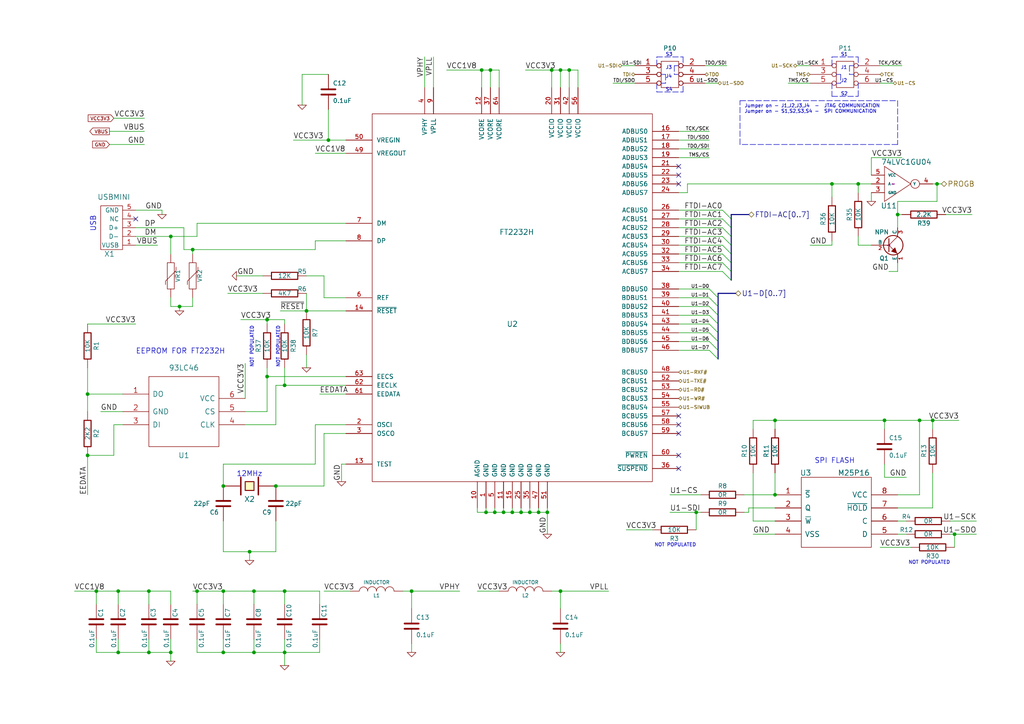
<source format=kicad_sch>
(kicad_sch (version 20250114) (generator "eeschema") (generator_version "9.0")
  (paper "A4")
  (title_block (title "SATURN SPARTAN6 FPGA MODULE") (date "15 apr 2014") (company "Numato Lab") (comment 1 "http://www.numato.com") (comment 2 "License: CC BY-SA"))
  (lib_symbols
    (symbol "74LVC1GU04_1" (pin_names (offset 1.016))
      (property "Reference" "U" (at -1.27 -6.35 0))
      (property "Value" "74LVC1GU04" (at -2.54 6.35 0))
      (symbol "74LVC1GU04_1_1_1"
        (pin power_in line (at -6.35 2.54 0) (length 3.81) (name "VCC") (number "5"))
        (pin input line (at -6.35 0 0) (length 3.81) (name "A") (number "2"))
        (pin power_in line (at -6.35 -2.54 0) (length 3.81) (name "GND") (number "3"))
        (pin output line (at 11.43 0 180) (length 3.81) (name "Y") (number "4"))
      )
    )
    (symbol "74LVC1GU04_2" (pin_names (offset 1.016))
      (property "Reference" "U" (at -1.27 -6.35 0))
      (property "Value" "74LVC1GU04" (at -2.54 6.35 0))
      (symbol "74LVC1GU04_2_1_1"
        (pin power_in line (at -6.35 2.54 0) (length 3.81) (name "VCC") (number "5"))
        (pin input line (at -6.35 0 0) (length 3.81) (name "A") (number "2"))
        (pin power_in line (at -6.35 -2.54 0) (length 3.81) (name "GND") (number "3"))
        (pin output line (at 11.43 0 180) (length 3.81) (name "Y") (number "4"))
      )
    )
    (symbol "93CL46_1" (pin_names (offset 1.016))
      (property "Reference" "U" (at 0 -12.7 0))
      (property "Value" "93CL46" (at 0 12.7 0))
      (symbol "93CL46_1_1_1"
        (pin output line (at -17.78 5.08 0) (length 7.62) (name "DO") (number "1"))
        (pin power_in line (at -17.78 0 0) (length 7.62) (name "GND") (number "2"))
        (pin input line (at -17.78 -3.81 0) (length 7.62) (name "DI") (number "3"))
        (pin power_in line (at 17.78 3.81 180) (length 7.62) (name "VCC") (number "6"))
        (pin input line (at 17.78 0 180) (length 7.62) (name "CS") (number "5"))
        (pin input line (at 17.78 -3.81 180) (length 7.62) (name "CLK") (number "4"))
      )
    )
    (symbol "93CL46_2" (pin_names (offset 1.016))
      (property "Reference" "U" (at 0 -12.7 0))
      (property "Value" "93CL46" (at 0 12.7 0))
      (symbol "93CL46_2_1_1"
        (pin output line (at -17.78 5.08 0) (length 7.62) (name "DO") (number "1"))
        (pin power_in line (at -17.78 0 0) (length 7.62) (name "GND") (number "2"))
        (pin input line (at -17.78 -3.81 0) (length 7.62) (name "DI") (number "3"))
        (pin power_in line (at 17.78 3.81 180) (length 7.62) (name "VCC") (number "6"))
        (pin input line (at 17.78 0 180) (length 7.62) (name "CS") (number "5"))
        (pin input line (at 17.78 -3.81 180) (length 7.62) (name "CLK") (number "4"))
      )
    )
    (symbol "CONN_3X2_1" (pin_names (offset 1.016) (hide yes))
      (property "Reference" "P" (at 0 6.35 0))
      (property "Value" "CONN_3X2" (at 0 1.27 90))
      (symbol "CONN_3X2_1_1_1"
        (pin passive inverted (at -10.16 3.81 0) (length 7.62) (name "1") (number "1"))
        (pin passive inverted (at -10.16 1.27 0) (length 7.62) (name "3") (number "3"))
        (pin passive inverted (at -10.16 -1.27 0) (length 7.62) (name "5") (number "5"))
        (pin passive inverted (at 10.16 3.81 180) (length 7.62) (name "2") (number "2"))
        (pin passive inverted (at 10.16 1.27 180) (length 7.62) (name "4") (number "4"))
        (pin passive inverted (at 10.16 -1.27 180) (length 7.62) (name "6") (number "6"))
      )
    )
    (symbol "CONN_3X2_2" (pin_names (offset 1.016) (hide yes))
      (property "Reference" "P" (at 0 6.35 0))
      (property "Value" "CONN_3X2" (at 0 1.27 90))
      (symbol "CONN_3X2_2_1_1"
        (pin passive inverted (at -10.16 3.81 0) (length 7.62) (name "1") (number "1"))
        (pin passive inverted (at -10.16 1.27 0) (length 7.62) (name "3") (number "3"))
        (pin passive inverted (at -10.16 -1.27 0) (length 7.62) (name "5") (number "5"))
        (pin passive inverted (at 10.16 3.81 180) (length 7.62) (name "2") (number "2"))
        (pin passive inverted (at 10.16 1.27 180) (length 7.62) (name "4") (number "4"))
        (pin passive inverted (at 10.16 -1.27 180) (length 7.62) (name "6") (number "6"))
      )
    )
    (symbol "CONN_3X2_3" (pin_names (offset 1.016) (hide yes))
      (property "Reference" "P" (at 0 6.35 0))
      (property "Value" "CONN_3X2" (at 0 1.27 90))
      (symbol "CONN_3X2_3_1_1"
        (pin passive inverted (at -10.16 3.81 0) (length 7.62) (name "1") (number "1"))
        (pin passive inverted (at -10.16 1.27 0) (length 7.62) (name "3") (number "3"))
        (pin passive inverted (at -10.16 -1.27 0) (length 7.62) (name "5") (number "5"))
        (pin passive inverted (at 10.16 3.81 180) (length 7.62) (name "2") (number "2"))
        (pin passive inverted (at 10.16 1.27 180) (length 7.62) (name "4") (number "4"))
        (pin passive inverted (at 10.16 -1.27 180) (length 7.62) (name "6") (number "6"))
      )
    )
    (symbol "CONN_3X2_4" (pin_names (offset 1.016) (hide yes))
      (property "Reference" "P" (at 0 6.35 0))
      (property "Value" "CONN_3X2" (at 0 1.27 90))
      (symbol "CONN_3X2_4_1_1"
        (pin passive inverted (at -10.16 3.81 0) (length 7.62) (name "1") (number "1"))
        (pin passive inverted (at -10.16 1.27 0) (length 7.62) (name "3") (number "3"))
        (pin passive inverted (at -10.16 -1.27 0) (length 7.62) (name "5") (number "5"))
        (pin passive inverted (at 10.16 3.81 180) (length 7.62) (name "2") (number "2"))
        (pin passive inverted (at 10.16 1.27 180) (length 7.62) (name "4") (number "4"))
        (pin passive inverted (at 10.16 -1.27 180) (length 7.62) (name "6") (number "6"))
      )
    )
    (symbol "CRYSTAL_1" (pin_numbers (hide yes)) (pin_names (offset 1.016) (hide yes))
      (property "Reference" "X" (at 0 3.81 0))
      (property "Value" "CRYSTAL" (at 0 -3.81 0))
      (symbol "CRYSTAL_1_1_1"
        (pin passive line (at -7.62 0 0) (length 5.08) (name "1") (number "1"))
        (pin passive line (at 7.62 0 180) (length 5.08) (name "2") (number "2"))
      )
    )
    (symbol "CRYSTAL_2" (pin_numbers (hide yes)) (pin_names (offset 1.016) (hide yes))
      (property "Reference" "X" (at 0 3.81 0))
      (property "Value" "CRYSTAL" (at 0 -3.81 0))
      (symbol "CRYSTAL_2_1_1"
        (pin passive line (at -7.62 0 0) (length 5.08) (name "1") (number "1"))
        (pin passive line (at 7.62 0 180) (length 5.08) (name "2") (number "2"))
      )
    )
    (symbol "C_1" (pin_numbers (hide yes)) (pin_names (offset 0.254))
      (property "Reference" "C" (at 0 2.54 0))
      (property "Value" "C" (at 0.1524 -2.159 0))
      (symbol "C_1_1_1"
        (pin passive line (at 0 5.08 270) (length 4.318) (name "~") (number "1"))
        (pin passive line (at 0 -5.08 90) (length 4.318) (name "~") (number "2"))
      )
    )
    (symbol "C_10" (pin_numbers (hide yes)) (pin_names (offset 0.254))
      (property "Reference" "C" (at 0 2.54 0))
      (property "Value" "C" (at 0.1524 -2.159 0))
      (symbol "C_10_1_1"
        (pin passive line (at 0 5.08 270) (length 4.318) (name "~") (number "1"))
        (pin passive line (at 0 -5.08 90) (length 4.318) (name "~") (number "2"))
      )
    )
    (symbol "C_11" (pin_numbers (hide yes)) (pin_names (offset 0.254))
      (property "Reference" "C" (at 0 2.54 0))
      (property "Value" "C" (at 0.1524 -2.159 0))
      (symbol "C_11_1_1"
        (pin passive line (at 0 5.08 270) (length 4.318) (name "~") (number "1"))
        (pin passive line (at 0 -5.08 90) (length 4.318) (name "~") (number "2"))
      )
    )
    (symbol "C_12" (pin_numbers (hide yes)) (pin_names (offset 0.254))
      (property "Reference" "C" (at 0 2.54 0))
      (property "Value" "C" (at 0.1524 -2.159 0))
      (symbol "C_12_1_1"
        (pin passive line (at 0 5.08 270) (length 4.318) (name "~") (number "1"))
        (pin passive line (at 0 -5.08 90) (length 4.318) (name "~") (number "2"))
      )
    )
    (symbol "C_13" (pin_numbers (hide yes)) (pin_names (offset 0.254))
      (property "Reference" "C" (at 0 2.54 0))
      (property "Value" "C" (at 0.1524 -2.159 0))
      (symbol "C_13_1_1"
        (pin passive line (at 0 5.08 270) (length 4.318) (name "~") (number "1"))
        (pin passive line (at 0 -5.08 90) (length 4.318) (name "~") (number "2"))
      )
    )
    (symbol "C_14" (pin_numbers (hide yes)) (pin_names (offset 0.254))
      (property "Reference" "C" (at 0 2.54 0))
      (property "Value" "C" (at 0.1524 -2.159 0))
      (symbol "C_14_1_1"
        (pin passive line (at 0 5.08 270) (length 4.318) (name "~") (number "1"))
        (pin passive line (at 0 -5.08 90) (length 4.318) (name "~") (number "2"))
      )
    )
    (symbol "C_15" (pin_numbers (hide yes)) (pin_names (offset 0.254))
      (property "Reference" "C" (at 0 2.54 0))
      (property "Value" "C" (at 0.1524 -2.159 0))
      (symbol "C_15_1_1"
        (pin passive line (at 0 5.08 270) (length 4.318) (name "~") (number "1"))
        (pin passive line (at 0 -5.08 90) (length 4.318) (name "~") (number "2"))
      )
    )
    (symbol "C_16" (pin_numbers (hide yes)) (pin_names (offset 0.254))
      (property "Reference" "C" (at 0 2.54 0))
      (property "Value" "C" (at 0.1524 -2.159 0))
      (symbol "C_16_1_1"
        (pin passive line (at 0 5.08 270) (length 4.318) (name "~") (number "1"))
        (pin passive line (at 0 -5.08 90) (length 4.318) (name "~") (number "2"))
      )
    )
    (symbol "C_17" (pin_numbers (hide yes)) (pin_names (offset 0.254))
      (property "Reference" "C" (at 0 2.54 0))
      (property "Value" "C" (at 0.1524 -2.159 0))
      (symbol "C_17_1_1"
        (pin passive line (at 0 5.08 270) (length 4.318) (name "~") (number "1"))
        (pin passive line (at 0 -5.08 90) (length 4.318) (name "~") (number "2"))
      )
    )
    (symbol "C_18" (pin_numbers (hide yes)) (pin_names (offset 0.254))
      (property "Reference" "C" (at 0 2.54 0))
      (property "Value" "C" (at 0.1524 -2.159 0))
      (symbol "C_18_1_1"
        (pin passive line (at 0 5.08 270) (length 4.318) (name "~") (number "1"))
        (pin passive line (at 0 -5.08 90) (length 4.318) (name "~") (number "2"))
      )
    )
    (symbol "C_19" (pin_numbers (hide yes)) (pin_names (offset 0.254))
      (property "Reference" "C" (at 0 2.54 0))
      (property "Value" "C" (at 0.1524 -2.159 0))
      (symbol "C_19_1_1"
        (pin passive line (at 0 5.08 270) (length 4.318) (name "~") (number "1"))
        (pin passive line (at 0 -5.08 90) (length 4.318) (name "~") (number "2"))
      )
    )
    (symbol "C_2" (pin_numbers (hide yes)) (pin_names (offset 0.254))
      (property "Reference" "C" (at 0 2.54 0))
      (property "Value" "C" (at 0.1524 -2.159 0))
      (symbol "C_2_1_1"
        (pin passive line (at 0 5.08 270) (length 4.318) (name "~") (number "1"))
        (pin passive line (at 0 -5.08 90) (length 4.318) (name "~") (number "2"))
      )
    )
    (symbol "C_20" (pin_numbers (hide yes)) (pin_names (offset 0.254))
      (property "Reference" "C" (at 0 2.54 0))
      (property "Value" "C" (at 0.1524 -2.159 0))
      (symbol "C_20_1_1"
        (pin passive line (at 0 5.08 270) (length 4.318) (name "~") (number "1"))
        (pin passive line (at 0 -5.08 90) (length 4.318) (name "~") (number "2"))
      )
    )
    (symbol "C_21" (pin_numbers (hide yes)) (pin_names (offset 0.254))
      (property "Reference" "C" (at 0 2.54 0))
      (property "Value" "C" (at 0.1524 -2.159 0))
      (symbol "C_21_1_1"
        (pin passive line (at 0 5.08 270) (length 4.318) (name "~") (number "1"))
        (pin passive line (at 0 -5.08 90) (length 4.318) (name "~") (number "2"))
      )
    )
    (symbol "C_22" (pin_numbers (hide yes)) (pin_names (offset 0.254))
      (property "Reference" "C" (at 0 2.54 0))
      (property "Value" "C" (at 0.1524 -2.159 0))
      (symbol "C_22_1_1"
        (pin passive line (at 0 5.08 270) (length 4.318) (name "~") (number "1"))
        (pin passive line (at 0 -5.08 90) (length 4.318) (name "~") (number "2"))
      )
    )
    (symbol "C_23" (pin_numbers (hide yes)) (pin_names (offset 0.254))
      (property "Reference" "C" (at 0 2.54 0))
      (property "Value" "C" (at 0.1524 -2.159 0))
      (symbol "C_23_1_1"
        (pin passive line (at 0 5.08 270) (length 4.318) (name "~") (number "1"))
        (pin passive line (at 0 -5.08 90) (length 4.318) (name "~") (number "2"))
      )
    )
    (symbol "C_24" (pin_numbers (hide yes)) (pin_names (offset 0.254))
      (property "Reference" "C" (at 0 2.54 0))
      (property "Value" "C" (at 0.1524 -2.159 0))
      (symbol "C_24_1_1"
        (pin passive line (at 0 5.08 270) (length 4.318) (name "~") (number "1"))
        (pin passive line (at 0 -5.08 90) (length 4.318) (name "~") (number "2"))
      )
    )
    (symbol "C_25" (pin_numbers (hide yes)) (pin_names (offset 0.254))
      (property "Reference" "C" (at 0 2.54 0))
      (property "Value" "C" (at 0.1524 -2.159 0))
      (symbol "C_25_1_1"
        (pin passive line (at 0 5.08 270) (length 4.318) (name "~") (number "1"))
        (pin passive line (at 0 -5.08 90) (length 4.318) (name "~") (number "2"))
      )
    )
    (symbol "C_26" (pin_numbers (hide yes)) (pin_names (offset 0.254))
      (property "Reference" "C" (at 0 2.54 0))
      (property "Value" "C" (at 0.1524 -2.159 0))
      (symbol "C_26_1_1"
        (pin passive line (at 0 5.08 270) (length 4.318) (name "~") (number "1"))
        (pin passive line (at 0 -5.08 90) (length 4.318) (name "~") (number "2"))
      )
    )
    (symbol "C_27" (pin_numbers (hide yes)) (pin_names (offset 0.254))
      (property "Reference" "C" (at 0 2.54 0))
      (property "Value" "C" (at 0.1524 -2.159 0))
      (symbol "C_27_1_1"
        (pin passive line (at 0 5.08 270) (length 4.318) (name "~") (number "1"))
        (pin passive line (at 0 -5.08 90) (length 4.318) (name "~") (number "2"))
      )
    )
    (symbol "C_28" (pin_numbers (hide yes)) (pin_names (offset 0.254))
      (property "Reference" "C" (at 0 2.54 0))
      (property "Value" "C" (at 0.1524 -2.159 0))
      (symbol "C_28_1_1"
        (pin passive line (at 0 5.08 270) (length 4.318) (name "~") (number "1"))
        (pin passive line (at 0 -5.08 90) (length 4.318) (name "~") (number "2"))
      )
    )
    (symbol "C_29" (pin_numbers (hide yes)) (pin_names (offset 0.254))
      (property "Reference" "C" (at 0 2.54 0))
      (property "Value" "C" (at 0.1524 -2.159 0))
      (symbol "C_29_1_1"
        (pin passive line (at 0 5.08 270) (length 4.318) (name "~") (number "1"))
        (pin passive line (at 0 -5.08 90) (length 4.318) (name "~") (number "2"))
      )
    )
    (symbol "C_3" (pin_numbers (hide yes)) (pin_names (offset 0.254))
      (property "Reference" "C" (at 0 2.54 0))
      (property "Value" "C" (at 0.1524 -2.159 0))
      (symbol "C_3_1_1"
        (pin passive line (at 0 5.08 270) (length 4.318) (name "~") (number "1"))
        (pin passive line (at 0 -5.08 90) (length 4.318) (name "~") (number "2"))
      )
    )
    (symbol "C_30" (pin_numbers (hide yes)) (pin_names (offset 0.254))
      (property "Reference" "C" (at 0 2.54 0))
      (property "Value" "C" (at 0.1524 -2.159 0))
      (symbol "C_30_1_1"
        (pin passive line (at 0 5.08 270) (length 4.318) (name "~") (number "1"))
        (pin passive line (at 0 -5.08 90) (length 4.318) (name "~") (number "2"))
      )
    )
    (symbol "C_4" (pin_numbers (hide yes)) (pin_names (offset 0.254))
      (property "Reference" "C" (at 0 2.54 0))
      (property "Value" "C" (at 0.1524 -2.159 0))
      (symbol "C_4_1_1"
        (pin passive line (at 0 5.08 270) (length 4.318) (name "~") (number "1"))
        (pin passive line (at 0 -5.08 90) (length 4.318) (name "~") (number "2"))
      )
    )
    (symbol "C_5" (pin_numbers (hide yes)) (pin_names (offset 0.254))
      (property "Reference" "C" (at 0 2.54 0))
      (property "Value" "C" (at 0.1524 -2.159 0))
      (symbol "C_5_1_1"
        (pin passive line (at 0 5.08 270) (length 4.318) (name "~") (number "1"))
        (pin passive line (at 0 -5.08 90) (length 4.318) (name "~") (number "2"))
      )
    )
    (symbol "C_6" (pin_numbers (hide yes)) (pin_names (offset 0.254))
      (property "Reference" "C" (at 0 2.54 0))
      (property "Value" "C" (at 0.1524 -2.159 0))
      (symbol "C_6_1_1"
        (pin passive line (at 0 5.08 270) (length 4.318) (name "~") (number "1"))
        (pin passive line (at 0 -5.08 90) (length 4.318) (name "~") (number "2"))
      )
    )
    (symbol "C_7" (pin_numbers (hide yes)) (pin_names (offset 0.254))
      (property "Reference" "C" (at 0 2.54 0))
      (property "Value" "C" (at 0.1524 -2.159 0))
      (symbol "C_7_1_1"
        (pin passive line (at 0 5.08 270) (length 4.318) (name "~") (number "1"))
        (pin passive line (at 0 -5.08 90) (length 4.318) (name "~") (number "2"))
      )
    )
    (symbol "C_8" (pin_numbers (hide yes)) (pin_names (offset 0.254))
      (property "Reference" "C" (at 0 2.54 0))
      (property "Value" "C" (at 0.1524 -2.159 0))
      (symbol "C_8_1_1"
        (pin passive line (at 0 5.08 270) (length 4.318) (name "~") (number "1"))
        (pin passive line (at 0 -5.08 90) (length 4.318) (name "~") (number "2"))
      )
    )
    (symbol "C_9" (pin_numbers (hide yes)) (pin_names (offset 0.254))
      (property "Reference" "C" (at 0 2.54 0))
      (property "Value" "C" (at 0.1524 -2.159 0))
      (symbol "C_9_1_1"
        (pin passive line (at 0 5.08 270) (length 4.318) (name "~") (number "1"))
        (pin passive line (at 0 -5.08 90) (length 4.318) (name "~") (number "2"))
      )
    )
    (symbol "FT2232H_1" (pin_names (offset 1.27))
      (property "Reference" "U" (at 0 -7.62 0))
      (property "Value" "FT2232H" (at 1.27 19.05 0))
      (symbol "FT2232H_1_1_1"
        (pin power_in line (at -48.26 45.72 0) (length 7.62) (name "VREGIN") (number "50"))
        (pin power_out line (at -48.26 41.91 0) (length 7.62) (name "VREGOUT") (number "49"))
        (pin bidirectional line (at -48.26 21.59 0) (length 7.62) (name "DM") (number "7"))
        (pin bidirectional line (at -48.26 16.51 0) (length 7.62) (name "DP") (number "8"))
        (pin bidirectional line (at -48.26 0 0) (length 7.62) (name "REF") (number "6"))
        (pin bidirectional line (at -48.26 -3.81 0) (length 7.62) (name "~{RESET}") (number "14"))
        (pin bidirectional line (at -48.26 -22.86 0) (length 7.62) (name "EECS") (number "63"))
        (pin bidirectional line (at -48.26 -25.4 0) (length 7.62) (name "EECLK") (number "62"))
        (pin bidirectional line (at -48.26 -27.94 0) (length 7.62) (name "EEDATA") (number "61"))
        (pin bidirectional line (at -48.26 -36.83 0) (length 7.62) (name "OSCI") (number "2"))
        (pin bidirectional line (at -48.26 -39.37 0) (length 7.62) (name "OSCO") (number "3"))
        (pin power_in line (at -48.26 -48.26 0) (length 7.62) (name "TEST") (number "13"))
        (pin bidirectional line (at -25.4 60.96 270) (length 7.62) (name "VPHY") (number "4"))
        (pin bidirectional line (at -22.86 60.96 270) (length 7.62) (name "VPLL") (number "9"))
        (pin power_in line (at -10.16 -60.96 90) (length 7.62) (name "AGND") (number "10"))
        (pin power_in line (at -8.89 60.96 270) (length 7.62) (name "VCORE") (number "12"))
        (pin power_in line (at -7.62 -60.96 90) (length 7.62) (name "GND") (number "1"))
        (pin power_in line (at -6.35 60.96 270) (length 7.62) (name "VCORE") (number "37"))
        (pin power_in line (at -5.08 -60.96 90) (length 7.62) (name "GND") (number "5"))
        (pin power_in line (at -3.81 60.96 270) (length 7.62) (name "VCORE") (number "64"))
        (pin power_in line (at -2.54 -60.96 90) (length 7.62) (name "GND") (number "11"))
        (pin power_in line (at 0 -60.96 90) (length 7.62) (name "GND") (number "15"))
        (pin power_in line (at 2.54 -60.96 90) (length 7.62) (name "GND") (number "25"))
        (pin power_in line (at 5.08 -60.96 90) (length 7.62) (name "GND") (number "35"))
        (pin power_in line (at 7.62 -60.96 90) (length 7.62) (name "GND") (number "47"))
        (pin power_out line (at 10.16 -60.96 90) (length 7.62) (name "GND") (number "51"))
        (pin power_in line (at 11.43 60.96 270) (length 7.62) (name "VCCIO") (number "20"))
        (pin power_in line (at 13.97 60.96 270) (length 7.62) (name "VCCIO") (number "31"))
        (pin power_in line (at 16.51 60.96 270) (length 7.62) (name "VCCIO") (number "42"))
        (pin power_in line (at 19.05 60.96 270) (length 7.62) (name "VCCIO") (number "56"))
        (pin bidirectional line (at 48.26 48.26 180) (length 7.62) (name "ADBUS0") (number "16"))
        (pin bidirectional line (at 48.26 45.72 180) (length 7.62) (name "ADBUS1") (number "17"))
        (pin bidirectional line (at 48.26 43.18 180) (length 7.62) (name "ADBUS2") (number "18"))
        (pin bidirectional line (at 48.26 40.64 180) (length 7.62) (name "ADBUS3") (number "19"))
        (pin bidirectional line (at 48.26 38.1 180) (length 7.62) (name "ADBUS4") (number "21"))
        (pin bidirectional line (at 48.26 35.56 180) (length 7.62) (name "ADBUS5") (number "22"))
        (pin bidirectional line (at 48.26 33.02 180) (length 7.62) (name "ADBUS6") (number "23"))
        (pin bidirectional line (at 48.26 30.48 180) (length 7.62) (name "ADBUS7") (number "24"))
        (pin bidirectional line (at 48.26 25.4 180) (length 7.62) (name "ACBUS0") (number "26"))
        (pin bidirectional line (at 48.26 22.86 180) (length 7.62) (name "ACBUS1") (number "27"))
        (pin bidirectional line (at 48.26 20.32 180) (length 7.62) (name "ACBUS2") (number "28"))
        (pin bidirectional line (at 48.26 17.78 180) (length 7.62) (name "ACBUS3") (number "29"))
        (pin bidirectional line (at 48.26 15.24 180) (length 7.62) (name "ACBUS4") (number "30"))
        (pin bidirectional line (at 48.26 12.7 180) (length 7.62) (name "ACBUS5") (number "32"))
        (pin bidirectional line (at 48.26 10.16 180) (length 7.62) (name "ACBUS6") (number "33"))
        (pin bidirectional line (at 48.26 7.62 180) (length 7.62) (name "ACBUS7") (number "34"))
        (pin bidirectional line (at 48.26 2.54 180) (length 7.62) (name "BDBUS0") (number "38"))
        (pin bidirectional line (at 48.26 0 180) (length 7.62) (name "BDBUS1") (number "39"))
        (pin bidirectional line (at 48.26 -2.54 180) (length 7.62) (name "BDBUS2") (number "40"))
        (pin bidirectional line (at 48.26 -5.08 180) (length 7.62) (name "BDBUS3") (number "41"))
        (pin bidirectional line (at 48.26 -7.62 180) (length 7.62) (name "BDBUS4") (number "43"))
        (pin bidirectional line (at 48.26 -10.16 180) (length 7.62) (name "BDBUS5") (number "44"))
        (pin bidirectional line (at 48.26 -12.7 180) (length 7.62) (name "BDBUS6") (number "45"))
        (pin bidirectional line (at 48.26 -15.24 180) (length 7.62) (name "BDBUS7") (number "46"))
        (pin bidirectional line (at 48.26 -21.59 180) (length 7.62) (name "BCBUS0") (number "48"))
        (pin bidirectional line (at 48.26 -24.13 180) (length 7.62) (name "BCBUS1") (number "52"))
        (pin bidirectional line (at 48.26 -26.67 180) (length 7.62) (name "BCBUS2") (number "53"))
        (pin bidirectional line (at 48.26 -29.21 180) (length 7.62) (name "BCBUS3") (number "54"))
        (pin bidirectional line (at 48.26 -31.75 180) (length 7.62) (name "BCBUS4") (number "55"))
        (pin bidirectional line (at 48.26 -34.29 180) (length 7.62) (name "BCBUS5") (number "57"))
        (pin bidirectional line (at 48.26 -36.83 180) (length 7.62) (name "BCBUS6") (number "58"))
        (pin bidirectional line (at 48.26 -39.37 180) (length 7.62) (name "BCBUS7") (number "59"))
        (pin bidirectional line (at 48.26 -45.72 180) (length 7.62) (name "~{PWREN}") (number "60"))
        (pin bidirectional line (at 48.26 -49.53 180) (length 7.62) (name "~{SUSPEND}") (number "36"))
      )
    )
    (symbol "FT2232H_2" (pin_names (offset 1.27))
      (property "Reference" "U" (at 0 -7.62 0))
      (property "Value" "FT2232H" (at 1.27 19.05 0))
      (symbol "FT2232H_2_1_1"
        (pin power_in line (at -48.26 45.72 0) (length 7.62) (name "VREGIN") (number "50"))
        (pin power_out line (at -48.26 41.91 0) (length 7.62) (name "VREGOUT") (number "49"))
        (pin bidirectional line (at -48.26 21.59 0) (length 7.62) (name "DM") (number "7"))
        (pin bidirectional line (at -48.26 16.51 0) (length 7.62) (name "DP") (number "8"))
        (pin bidirectional line (at -48.26 0 0) (length 7.62) (name "REF") (number "6"))
        (pin bidirectional line (at -48.26 -3.81 0) (length 7.62) (name "~{RESET}") (number "14"))
        (pin bidirectional line (at -48.26 -22.86 0) (length 7.62) (name "EECS") (number "63"))
        (pin bidirectional line (at -48.26 -25.4 0) (length 7.62) (name "EECLK") (number "62"))
        (pin bidirectional line (at -48.26 -27.94 0) (length 7.62) (name "EEDATA") (number "61"))
        (pin bidirectional line (at -48.26 -36.83 0) (length 7.62) (name "OSCI") (number "2"))
        (pin bidirectional line (at -48.26 -39.37 0) (length 7.62) (name "OSCO") (number "3"))
        (pin power_in line (at -48.26 -48.26 0) (length 7.62) (name "TEST") (number "13"))
        (pin bidirectional line (at -25.4 60.96 270) (length 7.62) (name "VPHY") (number "4"))
        (pin bidirectional line (at -22.86 60.96 270) (length 7.62) (name "VPLL") (number "9"))
        (pin power_in line (at -10.16 -60.96 90) (length 7.62) (name "AGND") (number "10"))
        (pin power_in line (at -8.89 60.96 270) (length 7.62) (name "VCORE") (number "12"))
        (pin power_in line (at -7.62 -60.96 90) (length 7.62) (name "GND") (number "1"))
        (pin power_in line (at -6.35 60.96 270) (length 7.62) (name "VCORE") (number "37"))
        (pin power_in line (at -5.08 -60.96 90) (length 7.62) (name "GND") (number "5"))
        (pin power_in line (at -3.81 60.96 270) (length 7.62) (name "VCORE") (number "64"))
        (pin power_in line (at -2.54 -60.96 90) (length 7.62) (name "GND") (number "11"))
        (pin power_in line (at 0 -60.96 90) (length 7.62) (name "GND") (number "15"))
        (pin power_in line (at 2.54 -60.96 90) (length 7.62) (name "GND") (number "25"))
        (pin power_in line (at 5.08 -60.96 90) (length 7.62) (name "GND") (number "35"))
        (pin power_in line (at 7.62 -60.96 90) (length 7.62) (name "GND") (number "47"))
        (pin power_out line (at 10.16 -60.96 90) (length 7.62) (name "GND") (number "51"))
        (pin power_in line (at 11.43 60.96 270) (length 7.62) (name "VCCIO") (number "20"))
        (pin power_in line (at 13.97 60.96 270) (length 7.62) (name "VCCIO") (number "31"))
        (pin power_in line (at 16.51 60.96 270) (length 7.62) (name "VCCIO") (number "42"))
        (pin power_in line (at 19.05 60.96 270) (length 7.62) (name "VCCIO") (number "56"))
        (pin bidirectional line (at 48.26 48.26 180) (length 7.62) (name "ADBUS0") (number "16"))
        (pin bidirectional line (at 48.26 45.72 180) (length 7.62) (name "ADBUS1") (number "17"))
        (pin bidirectional line (at 48.26 43.18 180) (length 7.62) (name "ADBUS2") (number "18"))
        (pin bidirectional line (at 48.26 40.64 180) (length 7.62) (name "ADBUS3") (number "19"))
        (pin bidirectional line (at 48.26 38.1 180) (length 7.62) (name "ADBUS4") (number "21"))
        (pin bidirectional line (at 48.26 35.56 180) (length 7.62) (name "ADBUS5") (number "22"))
        (pin bidirectional line (at 48.26 33.02 180) (length 7.62) (name "ADBUS6") (number "23"))
        (pin bidirectional line (at 48.26 30.48 180) (length 7.62) (name "ADBUS7") (number "24"))
        (pin bidirectional line (at 48.26 25.4 180) (length 7.62) (name "ACBUS0") (number "26"))
        (pin bidirectional line (at 48.26 22.86 180) (length 7.62) (name "ACBUS1") (number "27"))
        (pin bidirectional line (at 48.26 20.32 180) (length 7.62) (name "ACBUS2") (number "28"))
        (pin bidirectional line (at 48.26 17.78 180) (length 7.62) (name "ACBUS3") (number "29"))
        (pin bidirectional line (at 48.26 15.24 180) (length 7.62) (name "ACBUS4") (number "30"))
        (pin bidirectional line (at 48.26 12.7 180) (length 7.62) (name "ACBUS5") (number "32"))
        (pin bidirectional line (at 48.26 10.16 180) (length 7.62) (name "ACBUS6") (number "33"))
        (pin bidirectional line (at 48.26 7.62 180) (length 7.62) (name "ACBUS7") (number "34"))
        (pin bidirectional line (at 48.26 2.54 180) (length 7.62) (name "BDBUS0") (number "38"))
        (pin bidirectional line (at 48.26 0 180) (length 7.62) (name "BDBUS1") (number "39"))
        (pin bidirectional line (at 48.26 -2.54 180) (length 7.62) (name "BDBUS2") (number "40"))
        (pin bidirectional line (at 48.26 -5.08 180) (length 7.62) (name "BDBUS3") (number "41"))
        (pin bidirectional line (at 48.26 -7.62 180) (length 7.62) (name "BDBUS4") (number "43"))
        (pin bidirectional line (at 48.26 -10.16 180) (length 7.62) (name "BDBUS5") (number "44"))
        (pin bidirectional line (at 48.26 -12.7 180) (length 7.62) (name "BDBUS6") (number "45"))
        (pin bidirectional line (at 48.26 -15.24 180) (length 7.62) (name "BDBUS7") (number "46"))
        (pin bidirectional line (at 48.26 -21.59 180) (length 7.62) (name "BCBUS0") (number "48"))
        (pin bidirectional line (at 48.26 -24.13 180) (length 7.62) (name "BCBUS1") (number "52"))
        (pin bidirectional line (at 48.26 -26.67 180) (length 7.62) (name "BCBUS2") (number "53"))
        (pin bidirectional line (at 48.26 -29.21 180) (length 7.62) (name "BCBUS3") (number "54"))
        (pin bidirectional line (at 48.26 -31.75 180) (length 7.62) (name "BCBUS4") (number "55"))
        (pin bidirectional line (at 48.26 -34.29 180) (length 7.62) (name "BCBUS5") (number "57"))
        (pin bidirectional line (at 48.26 -36.83 180) (length 7.62) (name "BCBUS6") (number "58"))
        (pin bidirectional line (at 48.26 -39.37 180) (length 7.62) (name "BCBUS7") (number "59"))
        (pin bidirectional line (at 48.26 -45.72 180) (length 7.62) (name "~{PWREN}") (number "60"))
        (pin bidirectional line (at 48.26 -49.53 180) (length 7.62) (name "~{SUSPEND}") (number "36"))
      )
    )
    (symbol "GND_1" (power) (pin_names (offset 0))
      (symbol "GND_1_1_1"
        (pin power_in line (at 0 0 90) (length 0) (hide yes) (name "GND") (number "1"))
      )
    )
    (symbol "GND_10" (power) (pin_names (offset 0))
      (symbol "GND_10_1_1"
        (pin power_in line (at 0 0 90) (length 0) (hide yes) (name "GND") (number "1"))
      )
    )
    (symbol "GND_11" (power) (pin_names (offset 0))
      (symbol "GND_11_1_1"
        (pin power_in line (at 0 0 90) (length 0) (hide yes) (name "GND") (number "1"))
      )
    )
    (symbol "GND_12" (power) (pin_names (offset 0))
      (symbol "GND_12_1_1"
        (pin power_in line (at 0 0 90) (length 0) (hide yes) (name "GND") (number "1"))
      )
    )
    (symbol "GND_13" (power) (pin_names (offset 0))
      (symbol "GND_13_1_1"
        (pin power_in line (at 0 0 90) (length 0) (hide yes) (name "GND") (number "1"))
      )
    )
    (symbol "GND_14" (power) (pin_names (offset 0))
      (symbol "GND_14_1_1"
        (pin power_in line (at 0 0 90) (length 0) (hide yes) (name "GND") (number "1"))
      )
    )
    (symbol "GND_15" (power) (pin_names (offset 0))
      (symbol "GND_15_1_1"
        (pin power_in line (at 0 0 90) (length 0) (hide yes) (name "GND") (number "1"))
      )
    )
    (symbol "GND_16" (power) (pin_names (offset 0))
      (symbol "GND_16_1_1"
        (pin power_in line (at 0 0 90) (length 0) (hide yes) (name "GND") (number "1"))
      )
    )
    (symbol "GND_17" (power) (pin_names (offset 0))
      (symbol "GND_17_1_1"
        (pin power_in line (at 0 0 90) (length 0) (hide yes) (name "GND") (number "1"))
      )
    )
    (symbol "GND_18" (power) (pin_names (offset 0))
      (symbol "GND_18_1_1"
        (pin power_in line (at 0 0 90) (length 0) (hide yes) (name "GND") (number "1"))
      )
    )
    (symbol "GND_19" (power) (pin_names (offset 0))
      (symbol "GND_19_1_1"
        (pin power_in line (at 0 0 90) (length 0) (hide yes) (name "GND") (number "1"))
      )
    )
    (symbol "GND_2" (power) (pin_names (offset 0))
      (symbol "GND_2_1_1"
        (pin power_in line (at 0 0 90) (length 0) (hide yes) (name "GND") (number "1"))
      )
    )
    (symbol "GND_20" (power) (pin_names (offset 0))
      (symbol "GND_20_1_1"
        (pin power_in line (at 0 0 90) (length 0) (hide yes) (name "GND") (number "1"))
      )
    )
    (symbol "GND_21" (power) (pin_names (offset 0))
      (symbol "GND_21_1_1"
        (pin power_in line (at 0 0 90) (length 0) (hide yes) (name "GND") (number "1"))
      )
    )
    (symbol "GND_22" (power) (pin_names (offset 0))
      (symbol "GND_22_1_1"
        (pin power_in line (at 0 0 90) (length 0) (hide yes) (name "GND") (number "1"))
      )
    )
    (symbol "GND_23" (power) (pin_names (offset 0))
      (symbol "GND_23_1_1"
        (pin power_in line (at 0 0 90) (length 0) (hide yes) (name "GND") (number "1"))
      )
    )
    (symbol "GND_24" (power) (pin_names (offset 0))
      (symbol "GND_24_1_1"
        (pin power_in line (at 0 0 90) (length 0) (hide yes) (name "GND") (number "1"))
      )
    )
    (symbol "GND_25" (power) (pin_names (offset 0))
      (symbol "GND_25_1_1"
        (pin power_in line (at 0 0 90) (length 0) (hide yes) (name "GND") (number "1"))
      )
    )
    (symbol "GND_26" (power) (pin_names (offset 0))
      (symbol "GND_26_1_1"
        (pin power_in line (at 0 0 90) (length 0) (hide yes) (name "GND") (number "1"))
      )
    )
    (symbol "GND_3" (power) (pin_names (offset 0))
      (symbol "GND_3_1_1"
        (pin power_in line (at 0 0 90) (length 0) (hide yes) (name "GND") (number "1"))
      )
    )
    (symbol "GND_4" (power) (pin_names (offset 0))
      (symbol "GND_4_1_1"
        (pin power_in line (at 0 0 90) (length 0) (hide yes) (name "GND") (number "1"))
      )
    )
    (symbol "GND_5" (power) (pin_names (offset 0))
      (symbol "GND_5_1_1"
        (pin power_in line (at 0 0 90) (length 0) (hide yes) (name "GND") (number "1"))
      )
    )
    (symbol "GND_6" (power) (pin_names (offset 0))
      (symbol "GND_6_1_1"
        (pin power_in line (at 0 0 90) (length 0) (hide yes) (name "GND") (number "1"))
      )
    )
    (symbol "GND_7" (power) (pin_names (offset 0))
      (symbol "GND_7_1_1"
        (pin power_in line (at 0 0 90) (length 0) (hide yes) (name "GND") (number "1"))
      )
    )
    (symbol "GND_8" (power) (pin_names (offset 0))
      (symbol "GND_8_1_1"
        (pin power_in line (at 0 0 90) (length 0) (hide yes) (name "GND") (number "1"))
      )
    )
    (symbol "GND_9" (power) (pin_names (offset 0))
      (symbol "GND_9_1_1"
        (pin power_in line (at 0 0 90) (length 0) (hide yes) (name "GND") (number "1"))
      )
    )
    (symbol "INDUCTOR_1" (pin_numbers (hide yes)) (pin_names (offset 1.016) (hide yes))
      (property "Reference" "L" (at -1.27 0 90))
      (property "Value" "INDUCTOR" (at 2.54 0 90))
      (symbol "INDUCTOR_1_1_1"
        (pin passive line (at 0 7.62 270) (length 2.54) (name "1") (number "1"))
        (pin passive line (at 0 -7.62 90) (length 2.54) (name "2") (number "2"))
      )
    )
    (symbol "INDUCTOR_2" (pin_numbers (hide yes)) (pin_names (offset 1.016) (hide yes))
      (property "Reference" "L" (at -1.27 0 90))
      (property "Value" "INDUCTOR" (at 2.54 0 90))
      (symbol "INDUCTOR_2_1_1"
        (pin passive line (at 0 7.62 270) (length 2.54) (name "1") (number "1"))
        (pin passive line (at 0 -7.62 90) (length 2.54) (name "2") (number "2"))
      )
    )
    (symbol "INDUCTOR_3" (pin_numbers (hide yes)) (pin_names (offset 1.016) (hide yes))
      (property "Reference" "L" (at -1.27 0 90))
      (property "Value" "INDUCTOR" (at 2.54 0 90))
      (symbol "INDUCTOR_3_1_1"
        (pin passive line (at 0 7.62 270) (length 2.54) (name "1") (number "1"))
        (pin passive line (at 0 -7.62 90) (length 2.54) (name "2") (number "2"))
      )
    )
    (symbol "INDUCTOR_4" (pin_numbers (hide yes)) (pin_names (offset 1.016) (hide yes))
      (property "Reference" "L" (at -1.27 0 90))
      (property "Value" "INDUCTOR" (at 2.54 0 90))
      (symbol "INDUCTOR_4_1_1"
        (pin passive line (at 0 7.62 270) (length 2.54) (name "1") (number "1"))
        (pin passive line (at 0 -7.62 90) (length 2.54) (name "2") (number "2"))
      )
    )
    (symbol "M25P16_1" (pin_names (offset 1.016))
      (property "Reference" "U" (at 0 -12.7 0))
      (property "Value" "M25P16" (at 1.27 12.7 0))
      (symbol "M25P16_1_1_1"
        (pin input line (at -17.78 5.08 0) (length 7.62) (name "~{S}") (number "1"))
        (pin output line (at -17.78 1.27 0) (length 7.62) (name "Q") (number "2"))
        (pin input line (at -17.78 -2.54 0) (length 7.62) (name "~{W}") (number "3"))
        (pin power_in line (at -17.78 -6.35 0) (length 7.62) (name "VSS") (number "4"))
        (pin power_in line (at 17.78 5.08 180) (length 7.62) (name "VCC") (number "8"))
        (pin input line (at 17.78 1.27 180) (length 7.62) (name "~{HOLD}") (number "7"))
        (pin input line (at 17.78 -2.54 180) (length 7.62) (name "C") (number "6"))
        (pin input line (at 17.78 -6.35 180) (length 7.62) (name "D") (number "5"))
      )
    )
    (symbol "M25P16_2" (pin_names (offset 1.016))
      (property "Reference" "U" (at 0 -12.7 0))
      (property "Value" "M25P16" (at 1.27 12.7 0))
      (symbol "M25P16_2_1_1"
        (pin input line (at -17.78 5.08 0) (length 7.62) (name "~{S}") (number "1"))
        (pin output line (at -17.78 1.27 0) (length 7.62) (name "Q") (number "2"))
        (pin input line (at -17.78 -2.54 0) (length 7.62) (name "~{W}") (number "3"))
        (pin power_in line (at -17.78 -6.35 0) (length 7.62) (name "VSS") (number "4"))
        (pin power_in line (at 17.78 5.08 180) (length 7.62) (name "VCC") (number "8"))
        (pin input line (at 17.78 1.27 180) (length 7.62) (name "~{HOLD}") (number "7"))
        (pin input line (at 17.78 -2.54 180) (length 7.62) (name "C") (number "6"))
        (pin input line (at 17.78 -6.35 180) (length 7.62) (name "D") (number "5"))
      )
    )
    (symbol "NPN_1" (pin_names (offset 0))
      (property "Reference" "Q" (at 0 -3.81 0))
      (property "Value" "NPN" (at 0 3.81 0))
      (symbol "NPN_1_1_1"
        (pin input line (at -5.08 0 0) (length 5.08) (name "B") (number "2"))
        (pin passive line (at 2.54 5.08 270) (length 2.54) (name "C") (number "3"))
        (pin passive line (at 2.54 -5.08 90) (length 2.54) (name "E") (number "1"))
      )
    )
    (symbol "NPN_2" (pin_names (offset 0))
      (property "Reference" "Q" (at 0 -3.81 0))
      (property "Value" "NPN" (at 0 3.81 0))
      (symbol "NPN_2_1_1"
        (pin input line (at -5.08 0 0) (length 5.08) (name "B") (number "2"))
        (pin passive line (at 2.54 5.08 270) (length 2.54) (name "C") (number "3"))
        (pin passive line (at 2.54 -5.08 90) (length 2.54) (name "E") (number "1"))
      )
    )
    (symbol "R_1" (pin_numbers (hide yes)) (pin_names (offset 0))
      (property "Reference" "R" (at 2.032 0 90))
      (property "Value" "R" (at 0.1778 0.0254 90))
      (symbol "R_1_1_1"
        (pin passive line (at 0 6.35 270) (length 2.54) (name "~") (number "1"))
        (pin passive line (at 0 -6.35 90) (length 2.54) (name "~") (number "2"))
      )
    )
    (symbol "R_10" (pin_numbers (hide yes)) (pin_names (offset 0))
      (property "Reference" "R" (at 2.032 0 90))
      (property "Value" "R" (at 0.1778 0.0254 90))
      (symbol "R_10_1_1"
        (pin passive line (at 0 6.35 270) (length 2.54) (name "~") (number "1"))
        (pin passive line (at 0 -6.35 90) (length 2.54) (name "~") (number "2"))
      )
    )
    (symbol "R_11" (pin_numbers (hide yes)) (pin_names (offset 0))
      (property "Reference" "R" (at 2.032 0 90))
      (property "Value" "R" (at 0.1778 0.0254 90))
      (symbol "R_11_1_1"
        (pin passive line (at 0 6.35 270) (length 2.54) (name "~") (number "1"))
        (pin passive line (at 0 -6.35 90) (length 2.54) (name "~") (number "2"))
      )
    )
    (symbol "R_12" (pin_numbers (hide yes)) (pin_names (offset 0))
      (property "Reference" "R" (at 2.032 0 90))
      (property "Value" "R" (at 0.1778 0.0254 90))
      (symbol "R_12_1_1"
        (pin passive line (at 0 6.35 270) (length 2.54) (name "~") (number "1"))
        (pin passive line (at 0 -6.35 90) (length 2.54) (name "~") (number "2"))
      )
    )
    (symbol "R_13" (pin_numbers (hide yes)) (pin_names (offset 0))
      (property "Reference" "R" (at 2.032 0 90))
      (property "Value" "R" (at 0.1778 0.0254 90))
      (symbol "R_13_1_1"
        (pin passive line (at 0 6.35 270) (length 2.54) (name "~") (number "1"))
        (pin passive line (at 0 -6.35 90) (length 2.54) (name "~") (number "2"))
      )
    )
    (symbol "R_14" (pin_numbers (hide yes)) (pin_names (offset 0))
      (property "Reference" "R" (at 2.032 0 90))
      (property "Value" "R" (at 0.1778 0.0254 90))
      (symbol "R_14_1_1"
        (pin passive line (at 0 6.35 270) (length 2.54) (name "~") (number "1"))
        (pin passive line (at 0 -6.35 90) (length 2.54) (name "~") (number "2"))
      )
    )
    (symbol "R_15" (pin_numbers (hide yes)) (pin_names (offset 0))
      (property "Reference" "R" (at 2.032 0 90))
      (property "Value" "R" (at 0.1778 0.0254 90))
      (symbol "R_15_1_1"
        (pin passive line (at 0 6.35 270) (length 2.54) (name "~") (number "1"))
        (pin passive line (at 0 -6.35 90) (length 2.54) (name "~") (number "2"))
      )
    )
    (symbol "R_16" (pin_numbers (hide yes)) (pin_names (offset 0))
      (property "Reference" "R" (at 2.032 0 90))
      (property "Value" "R" (at 0.1778 0.0254 90))
      (symbol "R_16_1_1"
        (pin passive line (at 0 6.35 270) (length 2.54) (name "~") (number "1"))
        (pin passive line (at 0 -6.35 90) (length 2.54) (name "~") (number "2"))
      )
    )
    (symbol "R_17" (pin_numbers (hide yes)) (pin_names (offset 0))
      (property "Reference" "R" (at 2.032 0 90))
      (property "Value" "R" (at 0.1778 0.0254 90))
      (symbol "R_17_1_1"
        (pin passive line (at 0 6.35 270) (length 2.54) (name "~") (number "1"))
        (pin passive line (at 0 -6.35 90) (length 2.54) (name "~") (number "2"))
      )
    )
    (symbol "R_18" (pin_numbers (hide yes)) (pin_names (offset 0))
      (property "Reference" "R" (at 2.032 0 90))
      (property "Value" "R" (at 0.1778 0.0254 90))
      (symbol "R_18_1_1"
        (pin passive line (at 0 6.35 270) (length 2.54) (name "~") (number "1"))
        (pin passive line (at 0 -6.35 90) (length 2.54) (name "~") (number "2"))
      )
    )
    (symbol "R_19" (pin_numbers (hide yes)) (pin_names (offset 0))
      (property "Reference" "R" (at 2.032 0 90))
      (property "Value" "R" (at 0.1778 0.0254 90))
      (symbol "R_19_1_1"
        (pin passive line (at 0 6.35 270) (length 2.54) (name "~") (number "1"))
        (pin passive line (at 0 -6.35 90) (length 2.54) (name "~") (number "2"))
      )
    )
    (symbol "R_2" (pin_numbers (hide yes)) (pin_names (offset 0))
      (property "Reference" "R" (at 2.032 0 90))
      (property "Value" "R" (at 0.1778 0.0254 90))
      (symbol "R_2_1_1"
        (pin passive line (at 0 6.35 270) (length 2.54) (name "~") (number "1"))
        (pin passive line (at 0 -6.35 90) (length 2.54) (name "~") (number "2"))
      )
    )
    (symbol "R_20" (pin_numbers (hide yes)) (pin_names (offset 0))
      (property "Reference" "R" (at 2.032 0 90))
      (property "Value" "R" (at 0.1778 0.0254 90))
      (symbol "R_20_1_1"
        (pin passive line (at 0 6.35 270) (length 2.54) (name "~") (number "1"))
        (pin passive line (at 0 -6.35 90) (length 2.54) (name "~") (number "2"))
      )
    )
    (symbol "R_21" (pin_numbers (hide yes)) (pin_names (offset 0))
      (property "Reference" "R" (at 2.032 0 90))
      (property "Value" "R" (at 0.1778 0.0254 90))
      (symbol "R_21_1_1"
        (pin passive line (at 0 6.35 270) (length 2.54) (name "~") (number "1"))
        (pin passive line (at 0 -6.35 90) (length 2.54) (name "~") (number "2"))
      )
    )
    (symbol "R_22" (pin_numbers (hide yes)) (pin_names (offset 0))
      (property "Reference" "R" (at 2.032 0 90))
      (property "Value" "R" (at 0.1778 0.0254 90))
      (symbol "R_22_1_1"
        (pin passive line (at 0 6.35 270) (length 2.54) (name "~") (number "1"))
        (pin passive line (at 0 -6.35 90) (length 2.54) (name "~") (number "2"))
      )
    )
    (symbol "R_23" (pin_numbers (hide yes)) (pin_names (offset 0))
      (property "Reference" "R" (at 2.032 0 90))
      (property "Value" "R" (at 0.1778 0.0254 90))
      (symbol "R_23_1_1"
        (pin passive line (at 0 6.35 270) (length 2.54) (name "~") (number "1"))
        (pin passive line (at 0 -6.35 90) (length 2.54) (name "~") (number "2"))
      )
    )
    (symbol "R_24" (pin_numbers (hide yes)) (pin_names (offset 0))
      (property "Reference" "R" (at 2.032 0 90))
      (property "Value" "R" (at 0.1778 0.0254 90))
      (symbol "R_24_1_1"
        (pin passive line (at 0 6.35 270) (length 2.54) (name "~") (number "1"))
        (pin passive line (at 0 -6.35 90) (length 2.54) (name "~") (number "2"))
      )
    )
    (symbol "R_25" (pin_numbers (hide yes)) (pin_names (offset 0))
      (property "Reference" "R" (at 2.032 0 90))
      (property "Value" "R" (at 0.1778 0.0254 90))
      (symbol "R_25_1_1"
        (pin passive line (at 0 6.35 270) (length 2.54) (name "~") (number "1"))
        (pin passive line (at 0 -6.35 90) (length 2.54) (name "~") (number "2"))
      )
    )
    (symbol "R_26" (pin_numbers (hide yes)) (pin_names (offset 0))
      (property "Reference" "R" (at 2.032 0 90))
      (property "Value" "R" (at 0.1778 0.0254 90))
      (symbol "R_26_1_1"
        (pin passive line (at 0 6.35 270) (length 2.54) (name "~") (number "1"))
        (pin passive line (at 0 -6.35 90) (length 2.54) (name "~") (number "2"))
      )
    )
    (symbol "R_27" (pin_numbers (hide yes)) (pin_names (offset 0))
      (property "Reference" "R" (at 2.032 0 90))
      (property "Value" "R" (at 0.1778 0.0254 90))
      (symbol "R_27_1_1"
        (pin passive line (at 0 6.35 270) (length 2.54) (name "~") (number "1"))
        (pin passive line (at 0 -6.35 90) (length 2.54) (name "~") (number "2"))
      )
    )
    (symbol "R_28" (pin_numbers (hide yes)) (pin_names (offset 0))
      (property "Reference" "R" (at 2.032 0 90))
      (property "Value" "R" (at 0.1778 0.0254 90))
      (symbol "R_28_1_1"
        (pin passive line (at 0 6.35 270) (length 2.54) (name "~") (number "1"))
        (pin passive line (at 0 -6.35 90) (length 2.54) (name "~") (number "2"))
      )
    )
    (symbol "R_29" (pin_numbers (hide yes)) (pin_names (offset 0))
      (property "Reference" "R" (at 2.032 0 90))
      (property "Value" "R" (at 0.1778 0.0254 90))
      (symbol "R_29_1_1"
        (pin passive line (at 0 6.35 270) (length 2.54) (name "~") (number "1"))
        (pin passive line (at 0 -6.35 90) (length 2.54) (name "~") (number "2"))
      )
    )
    (symbol "R_3" (pin_numbers (hide yes)) (pin_names (offset 0))
      (property "Reference" "R" (at 2.032 0 90))
      (property "Value" "R" (at 0.1778 0.0254 90))
      (symbol "R_3_1_1"
        (pin passive line (at 0 6.35 270) (length 2.54) (name "~") (number "1"))
        (pin passive line (at 0 -6.35 90) (length 2.54) (name "~") (number "2"))
      )
    )
    (symbol "R_30" (pin_numbers (hide yes)) (pin_names (offset 0))
      (property "Reference" "R" (at 2.032 0 90))
      (property "Value" "R" (at 0.1778 0.0254 90))
      (symbol "R_30_1_1"
        (pin passive line (at 0 6.35 270) (length 2.54) (name "~") (number "1"))
        (pin passive line (at 0 -6.35 90) (length 2.54) (name "~") (number "2"))
      )
    )
    (symbol "R_31" (pin_numbers (hide yes)) (pin_names (offset 0))
      (property "Reference" "R" (at 2.032 0 90))
      (property "Value" "R" (at 0.1778 0.0254 90))
      (symbol "R_31_1_1"
        (pin passive line (at 0 6.35 270) (length 2.54) (name "~") (number "1"))
        (pin passive line (at 0 -6.35 90) (length 2.54) (name "~") (number "2"))
      )
    )
    (symbol "R_32" (pin_numbers (hide yes)) (pin_names (offset 0))
      (property "Reference" "R" (at 2.032 0 90))
      (property "Value" "R" (at 0.1778 0.0254 90))
      (symbol "R_32_1_1"
        (pin passive line (at 0 6.35 270) (length 2.54) (name "~") (number "1"))
        (pin passive line (at 0 -6.35 90) (length 2.54) (name "~") (number "2"))
      )
    )
    (symbol "R_33" (pin_numbers (hide yes)) (pin_names (offset 0))
      (property "Reference" "R" (at 2.032 0 90))
      (property "Value" "R" (at 0.1778 0.0254 90))
      (symbol "R_33_1_1"
        (pin passive line (at 0 6.35 270) (length 2.54) (name "~") (number "1"))
        (pin passive line (at 0 -6.35 90) (length 2.54) (name "~") (number "2"))
      )
    )
    (symbol "R_34" (pin_numbers (hide yes)) (pin_names (offset 0))
      (property "Reference" "R" (at 2.032 0 90))
      (property "Value" "R" (at 0.1778 0.0254 90))
      (symbol "R_34_1_1"
        (pin passive line (at 0 6.35 270) (length 2.54) (name "~") (number "1"))
        (pin passive line (at 0 -6.35 90) (length 2.54) (name "~") (number "2"))
      )
    )
    (symbol "R_35" (pin_numbers (hide yes)) (pin_names (offset 0))
      (property "Reference" "R" (at 2.032 0 90))
      (property "Value" "R" (at 0.1778 0.0254 90))
      (symbol "R_35_1_1"
        (pin passive line (at 0 6.35 270) (length 2.54) (name "~") (number "1"))
        (pin passive line (at 0 -6.35 90) (length 2.54) (name "~") (number "2"))
      )
    )
    (symbol "R_36" (pin_numbers (hide yes)) (pin_names (offset 0))
      (property "Reference" "R" (at 2.032 0 90))
      (property "Value" "R" (at 0.1778 0.0254 90))
      (symbol "R_36_1_1"
        (pin passive line (at 0 6.35 270) (length 2.54) (name "~") (number "1"))
        (pin passive line (at 0 -6.35 90) (length 2.54) (name "~") (number "2"))
      )
    )
    (symbol "R_37" (pin_numbers (hide yes)) (pin_names (offset 0))
      (property "Reference" "R" (at 2.032 0 90))
      (property "Value" "R" (at 0.1778 0.0254 90))
      (symbol "R_37_1_1"
        (pin passive line (at 0 6.35 270) (length 2.54) (name "~") (number "1"))
        (pin passive line (at 0 -6.35 90) (length 2.54) (name "~") (number "2"))
      )
    )
    (symbol "R_38" (pin_numbers (hide yes)) (pin_names (offset 0))
      (property "Reference" "R" (at 2.032 0 90))
      (property "Value" "R" (at 0.1778 0.0254 90))
      (symbol "R_38_1_1"
        (pin passive line (at 0 6.35 270) (length 2.54) (name "~") (number "1"))
        (pin passive line (at 0 -6.35 90) (length 2.54) (name "~") (number "2"))
      )
    )
    (symbol "R_4" (pin_numbers (hide yes)) (pin_names (offset 0))
      (property "Reference" "R" (at 2.032 0 90))
      (property "Value" "R" (at 0.1778 0.0254 90))
      (symbol "R_4_1_1"
        (pin passive line (at 0 6.35 270) (length 2.54) (name "~") (number "1"))
        (pin passive line (at 0 -6.35 90) (length 2.54) (name "~") (number "2"))
      )
    )
    (symbol "R_5" (pin_numbers (hide yes)) (pin_names (offset 0))
      (property "Reference" "R" (at 2.032 0 90))
      (property "Value" "R" (at 0.1778 0.0254 90))
      (symbol "R_5_1_1"
        (pin passive line (at 0 6.35 270) (length 2.54) (name "~") (number "1"))
        (pin passive line (at 0 -6.35 90) (length 2.54) (name "~") (number "2"))
      )
    )
    (symbol "R_6" (pin_numbers (hide yes)) (pin_names (offset 0))
      (property "Reference" "R" (at 2.032 0 90))
      (property "Value" "R" (at 0.1778 0.0254 90))
      (symbol "R_6_1_1"
        (pin passive line (at 0 6.35 270) (length 2.54) (name "~") (number "1"))
        (pin passive line (at 0 -6.35 90) (length 2.54) (name "~") (number "2"))
      )
    )
    (symbol "R_7" (pin_numbers (hide yes)) (pin_names (offset 0))
      (property "Reference" "R" (at 2.032 0 90))
      (property "Value" "R" (at 0.1778 0.0254 90))
      (symbol "R_7_1_1"
        (pin passive line (at 0 6.35 270) (length 2.54) (name "~") (number "1"))
        (pin passive line (at 0 -6.35 90) (length 2.54) (name "~") (number "2"))
      )
    )
    (symbol "R_8" (pin_numbers (hide yes)) (pin_names (offset 0))
      (property "Reference" "R" (at 2.032 0 90))
      (property "Value" "R" (at 0.1778 0.0254 90))
      (symbol "R_8_1_1"
        (pin passive line (at 0 6.35 270) (length 2.54) (name "~") (number "1"))
        (pin passive line (at 0 -6.35 90) (length 2.54) (name "~") (number "2"))
      )
    )
    (symbol "R_9" (pin_numbers (hide yes)) (pin_names (offset 0))
      (property "Reference" "R" (at 2.032 0 90))
      (property "Value" "R" (at 0.1778 0.0254 90))
      (symbol "R_9_1_1"
        (pin passive line (at 0 6.35 270) (length 2.54) (name "~") (number "1"))
        (pin passive line (at 0 -6.35 90) (length 2.54) (name "~") (number "2"))
      )
    )
    (symbol "USBMICRO_1" (pin_names (offset 1.016))
      (property "Reference" "X" (at 0 -7.62 0))
      (property "Value" "USBMICRO" (at 1.27 8.89 0))
      (symbol "USBMICRO_1_1_1"
        (pin power_in line (at 7.62 5.08 180) (length 3.81) (name "GND") (number "5"))
        (pin bidirectional line (at 7.62 2.54 180) (length 3.81) (name "NC") (number "4"))
        (pin bidirectional line (at 7.62 0 180) (length 3.81) (name "D+") (number "3"))
        (pin bidirectional line (at 7.62 -2.54 180) (length 3.81) (name "D-") (number "2"))
        (pin power_out line (at 7.62 -5.08 180) (length 3.81) (name "VUSB") (number "1"))
      )
    )
    (symbol "USBMICRO_2" (pin_names (offset 1.016))
      (property "Reference" "X" (at 0 -7.62 0))
      (property "Value" "USBMICRO" (at 1.27 8.89 0))
      (symbol "USBMICRO_2_1_1"
        (pin power_in line (at 7.62 5.08 180) (length 3.81) (name "GND") (number "5"))
        (pin bidirectional line (at 7.62 2.54 180) (length 3.81) (name "NC") (number "4"))
        (pin bidirectional line (at 7.62 0 180) (length 3.81) (name "D+") (number "3"))
        (pin bidirectional line (at 7.62 -2.54 180) (length 3.81) (name "D-") (number "2"))
        (pin power_out line (at 7.62 -5.08 180) (length 3.81) (name "VUSB") (number "1"))
      )
    )
    (symbol "VR_1" (pin_numbers (hide yes)) (pin_names (offset 0))
      (property "Reference" "VR" (at 1.524 -1.1684 90))
      (property "Value" "VR" (at 0 0 90))
      (symbol "VR_1_1_1"
        (pin passive line (at 0 6.35 270) (length 2.54) (name "~") (number "1"))
        (pin passive line (at 0 -6.35 90) (length 2.54) (name "~") (number "2"))
      )
    )
    (symbol "VR_2" (pin_numbers (hide yes)) (pin_names (offset 0))
      (property "Reference" "VR" (at 1.524 -1.1684 90))
      (property "Value" "VR" (at 0 0 90))
      (symbol "VR_2_1_1"
        (pin passive line (at 0 6.35 270) (length 2.54) (name "~") (number "1"))
        (pin passive line (at 0 -6.35 90) (length 2.54) (name "~") (number "2"))
      )
    )
    (symbol "VR_3" (pin_numbers (hide yes)) (pin_names (offset 0))
      (property "Reference" "VR" (at 1.524 -1.1684 90))
      (property "Value" "VR" (at 0 0 90))
      (symbol "VR_3_1_1"
        (pin passive line (at 0 6.35 270) (length 2.54) (name "~") (number "1"))
        (pin passive line (at 0 -6.35 90) (length 2.54) (name "~") (number "2"))
      )
    )
    (symbol "VR_4" (pin_numbers (hide yes)) (pin_names (offset 0))
      (property "Reference" "VR" (at 1.524 -1.1684 90))
      (property "Value" "VR" (at 0 0 90))
      (symbol "VR_4_1_1"
        (pin passive line (at 0 6.35 270) (length 2.54) (name "~") (number "1"))
        (pin passive line (at 0 -6.35 90) (length 2.54) (name "~") (number "2"))
      )
    )
  )
  (text "NOT POPULATED" (at 201.93 158.75 0) (effects (font (size 0.9906 0.9906)) (justify right bottom)))
  (text "S4" (at 193.04 26.67 0) (effects (font (size 0.9906 0.9906)) (justify left bottom)))
  (text "S1" (at 243.84 16.51 0) (effects (font (size 0.9906 0.9906)) (justify left bottom)))
  (text "J2" (at 243.84 24.13 0) (effects (font (size 0.9906 0.9906)) (justify left bottom)))
  (text "NOT POPULATED" (at 81.28 106.68 90) (effects (font (size 0.9906 0.9906)) (justify left bottom)))
  (text "NOT POPULATED" (at 275.59 163.83 0) (effects (font (size 0.9906 0.9906)) (justify right bottom)))
  (text "S3" (at 193.04 16.51 0) (effects (font (size 0.9906 0.9906)) (justify left bottom)))
  (text "NOT POPULATED" (at 73.66 106.68 90) (effects (font (size 0.9906 0.9906)) (justify left bottom)))
  (text "12MHz" (at 68.58 138.43 0) (effects (font (size 1.4986 1.4986)) (justify left bottom)))
  (text "S2" (at 243.84 27.94 0) (effects (font (size 0.9906 0.9906)) (justify left bottom)))
  (text "EEPROM FOR FT2232H" (at 39.37 102.87 0) (effects (font (size 1.524 1.524)) (justify left bottom)))
  (text "SPI FLASH" (at 236.22 134.62 0) (effects (font (size 1.4986 1.4986)) (justify left bottom)))
  (text "USB" (at 27.94 67.31 90) (effects (font (size 1.524 1.524)) (justify left bottom)))
  (text "J1" (at 243.84 20.32 0) (effects (font (size 0.9906 0.9906)) (justify left bottom)))
  (text "J3" (at 193.04 20.32 0) (effects (font (size 0.9906 0.9906)) (justify left bottom)))
  (text "J4" (at 193.04 22.86 0) (effects (font (size 0.9906 0.9906)) (justify left bottom)))
  (text "Jumper on - J1,J2,J3,J4  -  JTAG COMMUNICATION\nJumper on - S1,S2,S3,S4 -  SPI COMMUNICATION" (at 215.9 33.02 0) (effects (font (size 0.9906 0.9906)) (justify left bottom)))
  (junction (at 160.02 20.32))
  (junction (at 43.18 189.23))
  (junction (at 82.55 189.23))
  (junction (at 43.18 171.45))
  (junction (at 139.7 20.32))
  (junction (at 142.24 20.32))
  (junction (at 119.38 171.45))
  (junction (at 276.86 154.94))
  (junction (at 72.39 160.02))
  (junction (at 73.66 171.45))
  (junction (at 270.51 121.92))
  (junction (at 241.3 53.34))
  (junction (at 256.54 121.92))
  (junction (at 77.47 92.71))
  (junction (at 49.53 68.58))
  (junction (at 27.94 171.45))
  (junction (at 88.9 90.17))
  (junction (at 162.56 20.32))
  (junction (at 224.79 143.51))
  (junction (at 140.97 148.59))
  (junction (at 73.66 189.23))
  (junction (at 82.55 111.76))
  (junction (at 25.4 132.08))
  (junction (at 158.75 148.59))
  (junction (at 201.93 148.59))
  (junction (at 80.01 140.97))
  (junction (at 25.4 114.3))
  (junction (at 64.77 189.23))
  (junction (at 266.7 121.92))
  (junction (at 77.47 109.22))
  (junction (at 57.15 171.45))
  (junction (at 34.29 189.23))
  (junction (at 143.51 148.59))
  (junction (at 64.77 171.45))
  (junction (at 82.55 171.45))
  (junction (at 224.79 121.92))
  (junction (at 52.07 88.9))
  (junction (at 148.59 148.59))
  (junction (at 271.78 53.34))
  (junction (at 248.92 53.34))
  (junction (at 151.13 148.59))
  (junction (at 34.29 171.45))
  (junction (at 260.35 62.23))
  (junction (at 165.1 20.32))
  (junction (at 95.25 40.64))
  (junction (at 146.05 148.59))
  (junction (at 64.77 140.97))
  (junction (at 49.53 189.23))
  (junction (at 55.88 72.39))
  (junction (at 156.21 148.59))
  (junction (at 162.56 171.45))
  (junction (at 153.67 148.59))
  (no_connect (at 196.85 132.08))
  (no_connect (at 196.85 50.8))
  (no_connect (at 39.37 63.5))
  (no_connect (at 196.85 135.89))
  (no_connect (at 196.85 123.19))
  (no_connect (at 196.85 120.65))
  (no_connect (at 196.85 48.26))
  (no_connect (at 196.85 125.73))
  (no_connect (at 196.85 53.34))
  (bus_entry (at 205.74 96.52) (size 2.54 2.54))
  (bus_entry (at 209.55 66.04) (size 2.54 2.54))
  (bus_entry (at 205.74 93.98) (size 2.54 2.54))
  (bus_entry (at 209.55 63.5) (size 2.54 2.54))
  (bus_entry (at 205.74 83.82) (size 2.54 2.54))
  (bus_entry (at 205.74 86.36) (size 2.54 2.54))
  (bus_entry (at 205.74 91.44) (size 2.54 2.54))
  (bus_entry (at 209.55 60.96) (size 2.54 2.54))
  (bus_entry (at 205.74 101.6) (size 2.54 2.54))
  (bus_entry (at 209.55 78.74) (size 2.54 2.54))
  (bus_entry (at 205.74 88.9) (size 2.54 2.54))
  (bus_entry (at 209.55 76.2) (size 2.54 2.54))
  (bus_entry (at 209.55 73.66) (size 2.54 2.54))
  (bus_entry (at 209.55 68.58) (size 2.54 2.54))
  (bus_entry (at 205.74 99.06) (size 2.54 2.54))
  (bus_entry (at 209.55 71.12) (size 2.54 2.54))
  (polyline (pts (xy 242.57 21.59) (xy 243.84 21.59)) (stroke (width 0) (type dash)))
  (wire (pts (xy 266.7 121.92) (xy 270.51 121.92)))
  (wire (pts (xy 64.77 151.13) (xy 64.77 160.02)))
  (wire (pts (xy 91.44 44.45) (xy 100.33 44.45)))
  (polyline (pts (xy 214.63 41.91) (xy 214.63 29.21)) (stroke (width 0) (type dash)))
  (wire (pts (xy 196.85 99.06) (xy 205.74 99.06)))
  (wire (pts (xy 146.05 148.59) (xy 146.05 147.32)))
  (wire (pts (xy 57.15 68.58) (xy 49.53 68.58)))
  (wire (pts (xy 33.02 132.08) (xy 25.4 132.08)))
  (wire (pts (xy 33.02 34.29) (xy 41.91 34.29)))
  (wire (pts (xy 93.98 80.01) (xy 88.9 80.01)))
  (wire (pts (xy 201.93 148.59) (xy 201.93 153.67)))
  (wire (pts (xy 160.02 20.32) (xy 162.56 20.32)))
  (polyline (pts (xy 190.5 24.13) (xy 190.5 26.67)) (stroke (width 0) (type dash)))
  (wire (pts (xy 259.08 24.13) (xy 255.27 24.13)))
  (wire (pts (xy 33.02 123.19) (xy 33.02 132.08)))
  (wire (pts (xy 125.73 16.51) (xy 125.73 25.4)))
  (wire (pts (xy 80.01 140.97) (xy 93.98 140.97)))
  (polyline (pts (xy 243.84 24.13) (xy 242.57 24.13)) (stroke (width 0) (type dash)))
  (wire (pts (xy 57.15 64.77) (xy 57.15 68.58)))
  (wire (pts (xy 276.86 154.94) (xy 276.86 158.75)))
  (polyline (pts (xy 246.38 21.59) (xy 247.65 21.59)) (stroke (width 0) (type dash)))
  (wire (pts (xy 224.79 154.94) (xy 218.44 154.94)))
  (wire (pts (xy 201.93 148.59) (xy 203.2 148.59)))
  (wire (pts (xy 49.53 88.9) (xy 52.07 88.9)))
  (wire (pts (xy 55.88 88.9) (xy 55.88 86.36)))
  (wire (pts (xy 91.44 134.62) (xy 91.44 123.19)))
  (wire (pts (xy 64.77 134.62) (xy 91.44 134.62)))
  (polyline (pts (xy 241.3 16.51) (xy 248.92 16.51)) (stroke (width 0) (type dash)))
  (wire (pts (xy 77.47 93.98) (xy 77.47 92.71)))
  (wire (pts (xy 91.44 69.85) (xy 100.33 69.85)))
  (wire (pts (xy 34.29 185.42) (xy 34.29 189.23)))
  (wire (pts (xy 93.98 140.97) (xy 93.98 125.73)))
  (wire (pts (xy 248.92 68.58) (xy 248.92 71.12)))
  (wire (pts (xy 158.75 148.59) (xy 156.21 148.59)))
  (wire (pts (xy 93.98 125.73) (xy 100.33 125.73)))
  (wire (pts (xy 53.34 66.04) (xy 53.34 72.39)))
  (wire (pts (xy 140.97 148.59) (xy 138.43 148.59)))
  (wire (pts (xy 162.56 176.53) (xy 162.56 171.45)))
  (wire (pts (xy 148.59 148.59) (xy 146.05 148.59)))
  (wire (pts (xy 199.39 55.88) (xy 196.85 55.88)))
  (wire (pts (xy 194.31 143.51) (xy 203.2 143.51)))
  (wire (pts (xy 204.47 19.05) (xy 210.82 19.05)))
  (wire (pts (xy 194.31 148.59) (xy 201.93 148.59)))
  (polyline (pts (xy 248.92 27.94) (xy 248.92 24.13)) (stroke (width 0) (type dash)))
  (wire (pts (xy 39.37 66.04) (xy 53.34 66.04)))
  (wire (pts (xy 255.27 19.05) (xy 261.62 19.05)))
  (wire (pts (xy 43.18 171.45) (xy 43.18 175.26)))
  (bus (pts (xy 212.09 78.74) (xy 212.09 81.28)))
  (wire (pts (xy 46.99 60.96) (xy 46.99 62.23)))
  (wire (pts (xy 234.95 24.13) (xy 228.6 24.13)))
  (wire (pts (xy 64.77 175.26) (xy 64.77 171.45)))
  (wire (pts (xy 196.85 45.72) (xy 205.74 45.72)))
  (wire (pts (xy 139.7 20.32) (xy 142.24 20.32)))
  (wire (pts (xy 55.88 72.39) (xy 91.44 72.39)))
  (bus (pts (xy 212.09 63.5) (xy 212.09 66.04)))
  (bus (pts (xy 212.09 62.23) (xy 212.09 63.5)))
  (wire (pts (xy 158.75 148.59) (xy 158.75 147.32)))
  (wire (pts (xy 196.85 71.12) (xy 209.55 71.12)))
  (wire (pts (xy 142.24 25.4) (xy 142.24 20.32)))
  (bus (pts (xy 208.28 91.44) (xy 208.28 93.98)))
  (wire (pts (xy 260.35 58.42) (xy 260.35 62.23)))
  (wire (pts (xy 184.15 24.13) (xy 177.8 24.13)))
  (wire (pts (xy 34.29 171.45) (xy 34.29 175.26)))
  (wire (pts (xy 270.51 53.34) (xy 271.78 53.34)))
  (wire (pts (xy 64.77 189.23) (xy 73.66 189.23)))
  (wire (pts (xy 248.92 71.12) (xy 252.73 71.12)))
  (wire (pts (xy 260.35 78.74) (xy 257.81 78.74)))
  (wire (pts (xy 52.07 88.9) (xy 55.88 88.9)))
  (polyline (pts (xy 193.04 24.13) (xy 191.77 24.13)) (stroke (width 0) (type dash)))
  (polyline (pts (xy 241.3 27.94) (xy 248.92 27.94)) (stroke (width 0) (type dash)))
  (wire (pts (xy 49.53 191.77) (xy 49.53 189.23)))
  (wire (pts (xy 31.75 41.91) (xy 41.91 41.91)))
  (wire (pts (xy 82.55 189.23) (xy 82.55 185.42)))
  (wire (pts (xy 39.37 93.98) (xy 25.4 93.98)))
  (wire (pts (xy 92.71 171.45) (xy 92.71 175.26)))
  (wire (pts (xy 73.66 189.23) (xy 82.55 189.23)))
  (wire (pts (xy 196.85 38.1) (xy 205.74 38.1)))
  (wire (pts (xy 162.56 20.32) (xy 162.56 25.4)))
  (wire (pts (xy 133.35 171.45) (xy 119.38 171.45)))
  (wire (pts (xy 215.9 148.59) (xy 217.17 148.59)))
  (wire (pts (xy 64.77 189.23) (xy 64.77 185.42)))
  (polyline (pts (xy 247.65 19.05) (xy 246.38 19.05)) (stroke (width 0) (type dash)))
  (wire (pts (xy 73.66 175.26) (xy 73.66 171.45)))
  (wire (pts (xy 217.17 148.59) (xy 217.17 147.32)))
  (bus (pts (xy 212.09 66.04) (xy 212.09 68.58)))
  (wire (pts (xy 148.59 148.59) (xy 148.59 147.32)))
  (polyline (pts (xy 195.58 21.59) (xy 196.85 21.59)) (stroke (width 0) (type dash)))
  (wire (pts (xy 196.85 83.82) (xy 205.74 83.82)))
  (wire (pts (xy 256.54 134.62) (xy 256.54 138.43)))
  (wire (pts (xy 71.12 115.57) (xy 71.12 105.41)))
  (wire (pts (xy 52.07 88.9) (xy 52.07 90.17)))
  (wire (pts (xy 27.94 189.23) (xy 27.94 185.42)))
  (polyline (pts (xy 190.5 16.51) (xy 198.12 16.51)) (stroke (width 0) (type dash)))
  (wire (pts (xy 73.66 189.23) (xy 73.66 185.42)))
  (wire (pts (xy 262.89 154.94) (xy 260.35 154.94)))
  (wire (pts (xy 224.79 121.92) (xy 256.54 121.92)))
  (wire (pts (xy 143.51 148.59) (xy 143.51 147.32)))
  (wire (pts (xy 64.77 160.02) (xy 72.39 160.02)))
  (wire (pts (xy 87.63 21.59) (xy 87.63 30.48)))
  (wire (pts (xy 156.21 148.59) (xy 153.67 148.59)))
  (wire (pts (xy 43.18 189.23) (xy 43.18 185.42)))
  (wire (pts (xy 49.53 68.58) (xy 39.37 68.58)))
  (wire (pts (xy 71.12 123.19) (xy 80.01 123.19)))
  (bus (pts (xy 208.28 85.09) (xy 213.36 85.09)))
  (wire (pts (xy 248.92 55.88) (xy 248.92 53.34)))
  (wire (pts (xy 39.37 71.12) (xy 45.72 71.12)))
  (wire (pts (xy 218.44 151.13) (xy 218.44 137.16)))
  (wire (pts (xy 57.15 64.77) (xy 100.33 64.77)))
  (wire (pts (xy 260.35 62.23) (xy 260.35 66.04)))
  (wire (pts (xy 81.28 90.17) (xy 88.9 90.17)))
  (wire (pts (xy 224.79 151.13) (xy 218.44 151.13)))
  (wire (pts (xy 77.47 119.38) (xy 71.12 119.38)))
  (wire (pts (xy 138.43 148.59) (xy 138.43 147.32)))
  (wire (pts (xy 260.35 58.42) (xy 271.78 58.42)))
  (wire (pts (xy 82.55 171.45) (xy 92.71 171.45)))
  (wire (pts (xy 93.98 80.01) (xy 93.98 86.36)))
  (wire (pts (xy 95.25 31.75) (xy 95.25 40.64)))
  (wire (pts (xy 76.2 80.01) (xy 68.58 80.01)))
  (polyline (pts (xy 190.5 26.67) (xy 198.12 26.67)) (stroke (width 0) (type dash)))
  (wire (pts (xy 64.77 134.62) (xy 64.77 140.97)))
  (wire (pts (xy 129.54 20.32) (xy 139.7 20.32)))
  (polyline (pts (xy 243.84 21.59) (xy 243.84 24.13)) (stroke (width 0) (type dash)))
  (wire (pts (xy 72.39 160.02) (xy 72.39 162.56)))
  (wire (pts (xy 241.3 71.12) (xy 241.3 69.85)))
  (wire (pts (xy 49.53 171.45) (xy 49.53 175.26)))
  (wire (pts (xy 162.56 171.45) (xy 160.02 171.45)))
  (wire (pts (xy 82.55 111.76) (xy 100.33 111.76)))
  (wire (pts (xy 260.35 76.2) (xy 260.35 78.74)))
  (wire (pts (xy 119.38 186.69) (xy 119.38 189.23)))
  (wire (pts (xy 77.47 92.71) (xy 69.85 92.71)))
  (wire (pts (xy 199.39 53.34) (xy 241.3 53.34)))
  (wire (pts (xy 196.85 43.18) (xy 205.74 43.18)))
  (wire (pts (xy 73.66 171.45) (xy 82.55 171.45)))
  (wire (pts (xy 196.85 76.2) (xy 209.55 76.2)))
  (bus (pts (xy 212.09 68.58) (xy 212.09 71.12)))
  (wire (pts (xy 209.55 68.58) (xy 196.85 68.58)))
  (polyline (pts (xy 241.3 19.05) (xy 241.3 16.51)) (stroke (width 0) (type dash)))
  (wire (pts (xy 196.85 86.36) (xy 205.74 86.36)))
  (wire (pts (xy 158.75 154.94) (xy 158.75 148.59)))
  (wire (pts (xy 196.85 91.44) (xy 205.74 91.44)))
  (wire (pts (xy 100.33 40.64) (xy 95.25 40.64)))
  (wire (pts (xy 276.86 154.94) (xy 283.21 154.94)))
  (wire (pts (xy 57.15 189.23) (xy 64.77 189.23)))
  (wire (pts (xy 100.33 109.22) (xy 77.47 109.22)))
  (wire (pts (xy 196.85 73.66) (xy 209.55 73.66)))
  (polyline (pts (xy 246.38 19.05) (xy 246.38 21.59)) (stroke (width 0) (type dash)))
  (wire (pts (xy 248.92 53.34) (xy 252.73 53.34)))
  (wire (pts (xy 80.01 111.76) (xy 82.55 111.76)))
  (wire (pts (xy 196.85 78.74) (xy 209.55 78.74)))
  (wire (pts (xy 196.85 66.04) (xy 209.55 66.04)))
  (wire (pts (xy 31.75 38.1) (xy 41.91 38.1)))
  (wire (pts (xy 270.51 147.32) (xy 260.35 147.32)))
  (wire (pts (xy 256.54 121.92) (xy 266.7 121.92)))
  (wire (pts (xy 146.05 148.59) (xy 143.51 148.59)))
  (wire (pts (xy 82.55 193.04) (xy 82.55 189.23)))
  (wire (pts (xy 199.39 53.34) (xy 199.39 55.88)))
  (wire (pts (xy 64.77 171.45) (xy 73.66 171.45)))
  (wire (pts (xy 49.53 73.66) (xy 49.53 68.58)))
  (wire (pts (xy 93.98 86.36) (xy 100.33 86.36)))
  (wire (pts (xy 55.88 171.45) (xy 57.15 171.45)))
  (wire (pts (xy 266.7 143.51) (xy 266.7 121.92)))
  (polyline (pts (xy 260.35 41.91) (xy 214.63 41.91)) (stroke (width 0) (type dash)))
  (wire (pts (xy 218.44 121.92) (xy 224.79 121.92)))
  (wire (pts (xy 25.4 143.51) (xy 25.4 132.08)))
  (wire (pts (xy 252.73 45.72) (xy 261.62 45.72)))
  (wire (pts (xy 53.34 72.39) (xy 55.88 72.39)))
  (wire (pts (xy 119.38 176.53) (xy 119.38 171.45)))
  (wire (pts (xy 196.85 88.9) (xy 205.74 88.9)))
  (wire (pts (xy 153.67 148.59) (xy 151.13 148.59)))
  (wire (pts (xy 224.79 143.51) (xy 224.79 137.16)))
  (bus (pts (xy 208.28 96.52) (xy 208.28 99.06)))
  (wire (pts (xy 262.89 151.13) (xy 260.35 151.13)))
  (wire (pts (xy 224.79 143.51) (xy 215.9 143.51)))
  (wire (pts (xy 152.4 20.32) (xy 160.02 20.32)))
  (wire (pts (xy 204.47 24.13) (xy 208.28 24.13)))
  (wire (pts (xy 196.85 60.96) (xy 209.55 60.96)))
  (wire (pts (xy 27.94 171.45) (xy 34.29 171.45)))
  (wire (pts (xy 167.64 20.32) (xy 167.64 25.4)))
  (wire (pts (xy 270.51 121.92) (xy 278.13 121.92)))
  (wire (pts (xy 241.3 53.34) (xy 248.92 53.34)))
  (wire (pts (xy 95.25 21.59) (xy 87.63 21.59)))
  (wire (pts (xy 88.9 102.87) (xy 88.9 106.68)))
  (wire (pts (xy 21.59 171.45) (xy 27.94 171.45)))
  (wire (pts (xy 95.25 40.64) (xy 85.09 40.64)))
  (wire (pts (xy 275.59 154.94) (xy 276.86 154.94)))
  (wire (pts (xy 34.29 189.23) (xy 27.94 189.23)))
  (wire (pts (xy 35.56 123.19) (xy 33.02 123.19)))
  (wire (pts (xy 82.55 106.68) (xy 82.55 111.76)))
  (wire (pts (xy 27.94 175.26) (xy 27.94 171.45)))
  (wire (pts (xy 260.35 143.51) (xy 266.7 143.51)))
  (wire (pts (xy 138.43 171.45) (xy 144.78 171.45)))
  (wire (pts (xy 143.51 148.59) (xy 140.97 148.59)))
  (wire (pts (xy 156.21 148.59) (xy 156.21 147.32)))
  (wire (pts (xy 92.71 114.3) (xy 100.33 114.3)))
  (wire (pts (xy 196.85 40.64) (xy 205.74 40.64)))
  (wire (pts (xy 49.53 189.23) (xy 49.53 185.42)))
  (wire (pts (xy 234.95 19.05) (xy 231.14 19.05)))
  (wire (pts (xy 100.33 123.19) (xy 91.44 123.19)))
  (wire (pts (xy 72.39 160.02) (xy 80.01 160.02)))
  (polyline (pts (xy 195.58 19.05) (xy 195.58 21.59)) (stroke (width 0) (type dash)))
  (wire (pts (xy 241.3 53.34) (xy 241.3 57.15)))
  (wire (pts (xy 99.06 134.62) (xy 99.06 139.7)))
  (wire (pts (xy 140.97 148.59) (xy 140.97 147.32)))
  (wire (pts (xy 274.32 62.23) (xy 281.94 62.23)))
  (wire (pts (xy 49.53 86.36) (xy 49.53 88.9)))
  (wire (pts (xy 224.79 124.46) (xy 224.79 121.92)))
  (wire (pts (xy 49.53 189.23) (xy 43.18 189.23)))
  (wire (pts (xy 264.16 158.75) (xy 255.27 158.75)))
  (wire (pts (xy 139.7 20.32) (xy 139.7 25.4)))
  (wire (pts (xy 165.1 20.32) (xy 165.1 25.4)))
  (wire (pts (xy 76.2 85.09) (xy 66.04 85.09)))
  (polyline (pts (xy 191.77 21.59) (xy 193.04 21.59)) (stroke (width 0) (type dash)))
  (wire (pts (xy 82.55 92.71) (xy 77.47 92.71)))
  (wire (pts (xy 80.01 160.02) (xy 80.01 151.13)))
  (wire (pts (xy 25.4 114.3) (xy 25.4 119.38)))
  (wire (pts (xy 123.19 16.51) (xy 123.19 25.4)))
  (wire (pts (xy 283.21 151.13) (xy 275.59 151.13)))
  (wire (pts (xy 252.73 50.8) (xy 252.73 45.72)))
  (wire (pts (xy 270.51 121.92) (xy 270.51 124.46)))
  (bus (pts (xy 208.28 88.9) (xy 208.28 91.44)))
  (polyline (pts (xy 198.12 26.67) (xy 198.12 24.13)) (stroke (width 0) (type dash)))
  (wire (pts (xy 35.56 119.38) (xy 29.21 119.38)))
  (wire (pts (xy 196.85 63.5) (xy 209.55 63.5)))
  (wire (pts (xy 142.24 20.32) (xy 144.78 20.32)))
  (bus (pts (xy 212.09 62.23) (xy 217.17 62.23)))
  (wire (pts (xy 260.35 62.23) (xy 261.62 62.23)))
  (wire (pts (xy 176.53 171.45) (xy 162.56 171.45)))
  (wire (pts (xy 196.85 93.98) (xy 205.74 93.98)))
  (wire (pts (xy 82.55 171.45) (xy 82.55 175.26)))
  (wire (pts (xy 82.55 93.98) (xy 82.55 92.71)))
  (wire (pts (xy 271.78 58.42) (xy 271.78 53.34)))
  (wire (pts (xy 165.1 20.32) (xy 167.64 20.32)))
  (wire (pts (xy 25.4 114.3) (xy 35.56 114.3)))
  (bus (pts (xy 212.09 71.12) (xy 212.09 73.66)))
  (wire (pts (xy 217.17 147.32) (xy 224.79 147.32)))
  (polyline (pts (xy 198.12 16.51) (xy 198.12 19.05)) (stroke (width 0) (type dash)))
  (wire (pts (xy 151.13 148.59) (xy 151.13 147.32)))
  (wire (pts (xy 43.18 189.23) (xy 34.29 189.23)))
  (wire (pts (xy 80.01 123.19) (xy 80.01 111.76)))
  (wire (pts (xy 57.15 171.45) (xy 64.77 171.45)))
  (wire (pts (xy 92.71 189.23) (xy 92.71 185.42)))
  (wire (pts (xy 252.73 55.88) (xy 252.73 58.42)))
  (polyline (pts (xy 193.04 21.59) (xy 193.04 24.13)) (stroke (width 0) (type dash)))
  (wire (pts (xy 218.44 124.46) (xy 218.44 121.92)))
  (wire (pts (xy 184.15 19.05) (xy 180.34 19.05)))
  (wire (pts (xy 234.95 71.12) (xy 241.3 71.12)))
  (wire (pts (xy 162.56 186.69) (xy 162.56 189.23)))
  (wire (pts (xy 196.85 101.6) (xy 205.74 101.6)))
  (wire (pts (xy 88.9 90.17) (xy 100.33 90.17)))
  (wire (pts (xy 270.51 137.16) (xy 270.51 147.32)))
  (wire (pts (xy 160.02 25.4) (xy 160.02 20.32)))
  (polyline (pts (xy 196.85 19.05) (xy 195.58 19.05)) (stroke (width 0) (type dash)))
  (wire (pts (xy 91.44 72.39) (xy 91.44 69.85)))
  (polyline (pts (xy 190.5 19.05) (xy 190.5 16.51)) (stroke (width 0) (type dash)))
  (wire (pts (xy 93.98 171.45) (xy 101.6 171.45)))
  (polyline (pts (xy 260.35 29.21) (xy 260.35 41.91)) (stroke (width 0) (type dash)))
  (wire (pts (xy 153.67 148.59) (xy 153.67 147.32)))
  (wire (pts (xy 151.13 148.59) (xy 148.59 148.59)))
  (wire (pts (xy 77.47 109.22) (xy 77.47 119.38)))
  (wire (pts (xy 77.47 106.68) (xy 77.47 109.22)))
  (polyline (pts (xy 241.3 24.13) (xy 241.3 27.94)) (stroke (width 0) (type dash)))
  (wire (pts (xy 196.85 96.52) (xy 205.74 96.52)))
  (wire (pts (xy 162.56 20.32) (xy 165.1 20.32)))
  (wire (pts (xy 256.54 124.46) (xy 256.54 121.92)))
  (bus (pts (xy 208.28 101.6) (xy 208.28 104.14)))
  (wire (pts (xy 55.88 73.66) (xy 55.88 72.39)))
  (bus (pts (xy 208.28 99.06) (xy 208.28 101.6)))
  (wire (pts (xy 189.23 153.67) (xy 181.61 153.67)))
  (wire (pts (xy 34.29 171.45) (xy 43.18 171.45)))
  (wire (pts (xy 25.4 106.68) (xy 25.4 114.3)))
  (polyline (pts (xy 214.63 29.21) (xy 260.35 29.21)) (stroke (width 0) (type dash)))
  (wire (pts (xy 57.15 189.23) (xy 57.15 185.42)))
  (wire (pts (xy 144.78 20.32) (xy 144.78 25.4)))
  (wire (pts (xy 43.18 171.45) (xy 49.53 171.45)))
  (wire (pts (xy 57.15 175.26) (xy 57.15 171.45)))
  (bus (pts (xy 208.28 93.98) (xy 208.28 96.52)))
  (bus (pts (xy 212.09 73.66) (xy 212.09 76.2)))
  (wire (pts (xy 119.38 171.45) (xy 116.84 171.45)))
  (polyline (pts (xy 248.92 16.51) (xy 248.92 19.05)) (stroke (width 0) (type dash)))
  (bus (pts (xy 208.28 86.36) (xy 208.28 88.9)))
  (wire (pts (xy 256.54 138.43) (xy 262.89 138.43)))
  (bus (pts (xy 212.09 76.2) (xy 212.09 78.74)))
  (bus (pts (xy 208.28 85.09) (xy 208.28 86.36)))
  (wire (pts (xy 271.78 53.34) (xy 273.05 53.34)))
  (wire (pts (xy 82.55 189.23) (xy 92.71 189.23)))
  (wire (pts (xy 39.37 60.96) (xy 46.99 60.96)))
  (wire (pts (xy 88.9 90.17) (xy 88.9 85.09)))
  (wire (pts (xy 100.33 134.62) (xy 99.06 134.62)))
  (label "U1-CS" (at 194.31 143.51 0) (effects (font (size 1.524 1.524))))
  (label "U1-D5" (at 205.74 96.52 180) (effects (font (size 0.9906 0.9906))))
  (label "VCC3V3" (at 69.85 92.71 0) (effects (font (size 1.524 1.524))))
  (label "FTDI-AC0" (at 209.55 60.96 180) (effects (font (size 1.524 1.524))))
  (label "GND" (at 257.81 78.74 180) (effects (font (size 1.524 1.524))))
  (label "GND" (at 29.21 119.38 0) (effects (font (size 1.524 1.524))))
  (label "VCC1V8" (at 91.44 44.45 0) (effects (font (size 1.524 1.524))))
  (label "~{RESET}" (at 81.28 90.17 0) (effects (font (size 1.524 1.524))))
  (label "U1-D1" (at 205.74 86.36 180) (effects (font (size 0.9906 0.9906))))
  (label "FTDI-AC4" (at 209.55 71.12 180) (effects (font (size 1.524 1.524))))
  (label "VCC3V3" (at 71.12 105.41 270) (effects (font (size 1.524 1.524))))
  (label "VCC3V3" (at 39.37 93.98 180) (effects (font (size 1.524 1.524))))
  (label "GND" (at 73.66 80.01 180) (effects (font (size 1.524 1.524))))
  (label "TDO/SDI" (at 205.74 43.18 180) (effects (font (size 0.9906 0.9906))))
  (label "TMS/CS" (at 205.74 45.72 180) (effects (font (size 0.9906 0.9906))))
  (label "VCC3V3" (at 261.62 45.72 180) (effects (font (size 1.524 1.524))))
  (label "VBUS" (at 45.72 71.12 180) (effects (font (size 1.524 1.524))))
  (label "U1-D0" (at 205.74 83.82 180) (effects (font (size 0.9906 0.9906))))
  (label "VCC3V3" (at 278.13 121.92 180) (effects (font (size 1.524 1.524))))
  (label "FTDI-AC2" (at 209.55 66.04 180) (effects (font (size 1.524 1.524))))
  (label "U1-SCK" (at 283.21 151.13 180) (effects (font (size 1.524 1.524))))
  (label "FTDI-AC7" (at 209.55 78.74 180) (effects (font (size 1.524 1.524))))
  (label "VCC3V3" (at 138.43 171.45 0) (effects (font (size 1.524 1.524))))
  (label "FTDI-AC1" (at 209.55 63.5 180) (effects (font (size 1.524 1.524))))
  (label "U1-D3" (at 205.74 91.44 180) (effects (font (size 0.9906 0.9906))))
  (label "TMS/CS" (at 228.6 24.13 0) (effects (font (size 0.9906 0.9906))))
  (label "U1-D2" (at 205.74 88.9 180) (effects (font (size 0.9906 0.9906))))
  (label "VCC3V3" (at 281.94 62.23 180) (effects (font (size 1.524 1.524))))
  (label "VPLL" (at 176.53 171.45 180) (effects (font (size 1.524 1.524))))
  (label "TDO/SDI" (at 210.82 19.05 180) (effects (font (size 0.9906 0.9906))))
  (label "FTDI-AC3" (at 209.55 68.58 180) (effects (font (size 1.524 1.524))))
  (label "GND" (at 234.95 71.12 0) (effects (font (size 1.524 1.524))))
  (label "VCC1V8" (at 129.54 20.32 0) (effects (font (size 1.524 1.524))))
  (label "U1-D4" (at 205.74 93.98 180) (effects (font (size 0.9906 0.9906))))
  (label "VCC3V3" (at 152.4 20.32 0) (effects (font (size 1.524 1.524))))
  (label "U1-SDO" (at 283.21 154.94 180) (effects (font (size 1.524 1.524))))
  (label "GND" (at 99.06 134.62 270) (effects (font (size 1.524 1.524))))
  (label "EEDATA" (at 25.4 143.51 90) (effects (font (size 1.524 1.524))))
  (label "VPLL" (at 125.73 16.51 270) (effects (font (size 1.524 1.524))))
  (label "TDI/SDO" (at 177.8 24.13 0) (effects (font (size 0.9906 0.9906))))
  (label "VCC3V3" (at 255.27 158.75 0) (effects (font (size 1.524 1.524))))
  (label "VCC1V8" (at 21.59 171.45 0) (effects (font (size 1.524 1.524))))
  (label "VBUS" (at 41.91 38.1 180) (effects (font (size 1.524 1.524))))
  (label "U1-D6" (at 205.74 99.06 180) (effects (font (size 0.9906 0.9906))))
  (label "TCK/SCK" (at 205.74 38.1 180) (effects (font (size 0.9906 0.9906))))
  (label "GND" (at 218.44 154.94 0) (effects (font (size 1.524 1.524))))
  (label "U1-CS" (at 259.08 24.13 180) (effects (font (size 0.9906 0.9906))))
  (label "VCC3V3" (at 85.09 40.64 0) (effects (font (size 1.524 1.524))))
  (label "DM" (at 41.91 68.58 0) (effects (font (size 1.524 1.524))))
  (label "EEDATA" (at 92.71 114.3 0) (effects (font (size 1.524 1.524))))
  (label "U1-SDO" (at 208.28 24.13 180) (effects (font (size 0.9906 0.9906))))
  (label "GND" (at 262.89 138.43 180) (effects (font (size 1.524 1.524))))
  (label "U1-SDI" (at 194.31 148.59 0) (effects (font (size 1.524 1.524))))
  (label "VCC3V3" (at 55.88 171.45 0) (effects (font (size 1.524 1.524))))
  (label "VCC3V3" (at 93.98 171.45 0) (effects (font (size 1.524 1.524))))
  (label "VCC3V3" (at 66.04 85.09 0) (effects (font (size 1.524 1.524))))
  (label "U1-SCK" (at 231.14 19.05 0) (effects (font (size 0.9906 0.9906))))
  (label "FTDI-AC6" (at 209.55 76.2 180) (effects (font (size 1.524 1.524))))
  (label "VPHY" (at 123.19 16.51 270) (effects (font (size 1.524 1.524))))
  (label "VCC3V3" (at 181.61 153.67 0) (effects (font (size 1.524 1.524))))
  (label "TDI/SDO" (at 205.74 40.64 180) (effects (font (size 0.9906 0.9906))))
  (label "VPHY" (at 133.35 171.45 180) (effects (font (size 1.524 1.524))))
  (label "GND" (at 41.91 41.91 180) (effects (font (size 1.524 1.524))))
  (label "U1-SDI" (at 180.34 19.05 0) (effects (font (size 0.9906 0.9906))))
  (label "VCC3V3" (at 41.91 34.29 180) (effects (font (size 1.524 1.524))))
  (label "U1-D7" (at 205.74 101.6 180) (effects (font (size 0.9906 0.9906))))
  (label "TCK/SCK" (at 261.62 19.05 180) (effects (font (size 0.9906 0.9906))))
  (label "GND" (at 46.99 60.96 180) (effects (font (size 1.524 1.524))))
  (label "DP" (at 41.91 66.04 0) (effects (font (size 1.524 1.524))))
  (label "FTDI-AC5" (at 209.55 73.66 180) (effects (font (size 1.524 1.524))))
  (label "GND" (at 158.75 149.86 270) (effects (font (size 1.524 1.524))))
  (global_label "VCC3V3" (shape input) (at 33.02 34.29 180) (effects (font (size 0.9906 0.9906))) (property "Intersheetrefs" "${INTERSHEET_REFS}" (effects (hide yes))))
  (global_label "VBUS" (shape output) (at 31.75 38.1 180) (effects (font (size 0.9906 0.9906))) (property "Intersheetrefs" "${INTERSHEET_REFS}" (effects (hide yes))))
  (global_label "GND" (shape input) (at 31.75 41.91 180) (effects (font (size 0.9906 0.9906))) (property "Intersheetrefs" "${INTERSHEET_REFS}" (effects (hide yes))))
  (hierarchical_label "U1-TXE#" (shape bidirectional) (at 196.85 110.49 0) (effects (font (size 0.9906 0.9906))))
  (hierarchical_label "U1-D[0..7]" (shape bidirectional) (at 213.36 85.09 0) (effects (font (size 1.524 1.524))))
  (hierarchical_label "U1-WR#" (shape bidirectional) (at 196.85 115.57 0) (effects (font (size 0.9906 0.9906))))
  (hierarchical_label "TDI" (shape bidirectional) (at 184.15 21.59 180) (effects (font (size 0.9906 0.9906))))
  (hierarchical_label "U1-SDI" (shape bidirectional) (at 180.34 19.05 180) (effects (font (size 0.9906 0.9906))))
  (hierarchical_label "U1-RD#" (shape bidirectional) (at 196.85 113.03 0) (effects (font (size 0.9906 0.9906))))
  (hierarchical_label "TCK" (shape bidirectional) (at 255.27 21.59 0) (effects (font (size 0.9906 0.9906))))
  (hierarchical_label "FTDI-AC[0..7]" (shape bidirectional) (at 217.17 62.23 0) (effects (font (size 1.524 1.524))))
  (hierarchical_label "TMS" (shape bidirectional) (at 234.95 21.59 180) (effects (font (size 0.9906 0.9906))))
  (hierarchical_label "U1-RXF#" (shape bidirectional) (at 196.85 107.95 0) (effects (font (size 0.9906 0.9906))))
  (hierarchical_label "U1-SIWUB" (shape bidirectional) (at 196.85 118.11 0) (effects (font (size 0.9906 0.9906))))
  (hierarchical_label "U1-SCK" (shape bidirectional) (at 231.14 19.05 180) (effects (font (size 0.9906 0.9906))))
  (hierarchical_label "TDO" (shape bidirectional) (at 204.47 21.59 0) (effects (font (size 0.9906 0.9906))))
  (hierarchical_label "U1-CS" (shape bidirectional) (at 259.08 24.13 0) (effects (font (size 0.9906 0.9906))))
  (hierarchical_label "U1-SDO" (shape bidirectional) (at 208.28 24.13 0) (effects (font (size 0.9906 0.9906))))
  (hierarchical_label "PROGB" (shape bidirectional) (at 273.05 53.34 0) (effects (font (size 1.524 1.524))))
  (symbol (lib_name "C_18") (lib_id "lab4-rescue:C") (at 64.77 146.05 180) (unit 1)
    (property "Reference" "C6" (at 63.5 148.59 0) (effects (justify left)))
    (property "Value" "22pF" (at 60.96 146.05 0) (effects (justify left)))
  )
  (symbol (lib_name "C_17") (lib_id "lab4-rescue:C") (at 80.01 146.05 180) (unit 1)
    (property "Reference" "C9" (at 78.74 148.59 0) (effects (justify left)))
    (property "Value" "22pF" (at 87.63 146.05 0) (effects (justify left)))
  )
  (symbol (lib_name "GND_26") (lib_id "lab4-rescue:GND") (at 68.58 80.01 270) (unit 1)
    (property "Reference" "#PWR016" (effects (hide yes)))
    (property "Value" "GND" (effects (hide yes)))
  )
  (symbol (lib_name "CRYSTAL_2") (lib_id "lab4-rescue:CRYSTAL") (at 72.39 140.97 180) (unit 1)
    (property "Reference" "X2" (at 72.39 144.78 0) (effects (font (size 1.524 1.524))))
    (property "Value" "CRYSTAL" (effects (hide yes)))
  )
  (symbol (lib_name "USBMICRO_2") (lib_id "lab4-rescue:USBMICRO") (at 31.75 66.04 0) (unit 1)
    (property "Reference" "X1" (at 31.75 73.66 0) (effects (font (size 1.524 1.524))))
    (property "Value" "USBMINI" (at 33.02 57.15 0) (effects (font (size 1.524 1.524))))
  )
  (symbol (lib_name "GND_17") (lib_id "lab4-rescue:GND") (at 46.99 62.23 0) (unit 1)
    (property "Reference" "#PWR015" (effects (hide yes)))
    (property "Value" "GND" (effects (hide yes)))
  )
  (symbol (lib_name "FT2232H_2") (lib_id "lab4-rescue:FT2232H") (at 148.59 86.36 0) (unit 1)
    (property "Reference" "U2" (at 148.59 93.98 0) (effects (font (size 1.524 1.524))))
    (property "Value" "FT2232H" (at 149.86 67.31 0) (effects (font (size 1.524 1.524))))
  )
  (symbol (lib_name "C_30") (lib_id "lab4-rescue:C") (at 95.25 26.67 0) (unit 1)
    (property "Reference" "C12" (at 96.52 24.13 0) (effects (justify left)))
    (property "Value" "0.1uF" (at 96.52 29.21 0) (effects (justify left)))
  )
  (symbol (lib_name "GND_25") (lib_id "lab4-rescue:GND") (at 87.63 30.48 0) (unit 1)
    (property "Reference" "#PWR014" (effects (hide yes)))
    (property "Value" "GND" (effects (hide yes)))
  )
  (symbol (lib_name "GND_14") (lib_id "lab4-rescue:GND") (at 158.75 154.94 0) (unit 1)
    (property "Reference" "#PWR013" (effects (hide yes)))
    (property "Value" "GND" (effects (hide yes)))
  )
  (symbol (lib_name "GND_22") (lib_id "lab4-rescue:GND") (at 99.06 139.7 0) (unit 1)
    (property "Reference" "#PWR012" (effects (hide yes)))
    (property "Value" "GND" (effects (hide yes)))
  )
  (symbol (lib_name "R_37") (lib_id "lab4-rescue:R") (at 82.55 85.09 90) (unit 1)
    (property "Reference" "R6" (at 87.63 83.82 90))
    (property "Value" "4K7" (at 82.55 85.09 90))
  )
  (symbol (lib_name "R_38") (lib_id "lab4-rescue:R") (at 82.55 80.01 270) (unit 1)
    (property "Reference" "R5" (at 87.63 78.74 90))
    (property "Value" "12K" (at 82.55 80.01 90))
  )
  (symbol (lib_name "INDUCTOR_4") (lib_id "lab4-rescue:INDUCTOR") (at 109.22 171.45 90) (unit 1)
    (property "Reference" "L1" (at 109.22 172.72 90) (effects (font (size 1.016 1.016))))
    (property "Value" "INDUCTOR" (at 109.22 168.91 90) (effects (font (size 1.016 1.016))))
  )
  (symbol (lib_name "C_19") (lib_id "lab4-rescue:C") (at 119.38 181.61 0) (unit 1)
    (property "Reference" "C13" (at 120.65 179.07 0) (effects (justify left)))
    (property "Value" "0.1uF" (at 120.65 184.15 0) (effects (justify left)))
  )
  (symbol (lib_name "GND_19") (lib_id "lab4-rescue:GND") (at 119.38 189.23 0) (unit 1)
    (property "Reference" "#PWR011" (effects (hide yes)))
    (property "Value" "GND" (effects (hide yes)))
  )
  (symbol (lib_name "GND_20") (lib_id "lab4-rescue:GND") (at 162.56 189.23 0) (unit 1)
    (property "Reference" "#PWR010" (effects (hide yes)))
    (property "Value" "GND" (effects (hide yes)))
  )
  (symbol (lib_name "C_20") (lib_id "lab4-rescue:C") (at 162.56 181.61 0) (unit 1)
    (property "Reference" "C14" (at 163.83 179.07 0) (effects (justify left)))
    (property "Value" "0.1uF" (at 163.83 184.15 0) (effects (justify left)))
  )
  (symbol (lib_name "INDUCTOR_3") (lib_id "lab4-rescue:INDUCTOR") (at 152.4 171.45 90) (unit 1)
    (property "Reference" "L2" (at 152.4 172.72 90) (effects (font (size 1.016 1.016))))
    (property "Value" "INDUCTOR" (at 152.4 168.91 90) (effects (font (size 1.016 1.016))))
  )
  (symbol (lib_name "C_28") (lib_id "lab4-rescue:C") (at 73.66 180.34 0) (unit 1)
    (property "Reference" "C8" (at 74.93 179.07 90) (effects (justify left)))
    (property "Value" "0.1uF" (at 74.93 187.96 90) (effects (justify left)))
  )
  (symbol (lib_name "C_21") (lib_id "lab4-rescue:C") (at 82.55 180.34 0) (unit 1)
    (property "Reference" "C10" (at 83.82 179.07 90) (effects (justify left)))
    (property "Value" "0.1uF" (at 83.82 187.96 90) (effects (justify left)))
  )
  (symbol (lib_name "C_24") (lib_id "lab4-rescue:C") (at 64.77 180.34 0) (unit 1)
    (property "Reference" "C7" (at 66.04 179.07 90) (effects (justify left)))
    (property "Value" "0.1uF" (at 66.04 187.96 90) (effects (justify left)))
  )
  (symbol (lib_name "C_25") (lib_id "lab4-rescue:C") (at 27.94 180.34 0) (unit 1)
    (property "Reference" "C1" (at 29.21 179.07 90) (effects (justify left)))
    (property "Value" "0.1uF" (at 26.67 187.96 90) (effects (justify left)))
  )
  (symbol (lib_name "C_26") (lib_id "lab4-rescue:C") (at 34.29 180.34 0) (unit 1)
    (property "Reference" "C2" (at 35.56 179.07 90) (effects (justify left)))
    (property "Value" "0.1uF" (at 33.02 187.96 90) (effects (justify left)))
  )
  (symbol (lib_name "C_27") (lib_id "lab4-rescue:C") (at 43.18 180.34 0) (unit 1)
    (property "Reference" "C3" (at 44.45 179.07 90) (effects (justify left)))
    (property "Value" "0.1uF" (at 41.91 187.96 90) (effects (justify left)))
  )
  (symbol (lib_name "C_29") (lib_id "lab4-rescue:C") (at 49.53 180.34 0) (unit 1)
    (property "Reference" "C4" (at 50.8 179.07 90) (effects (justify left)))
    (property "Value" "0.1uF" (at 48.26 187.96 90) (effects (justify left)))
  )
  (symbol (lib_name "GND_21") (lib_id "lab4-rescue:GND") (at 72.39 162.56 0) (unit 1)
    (property "Reference" "#PWR09" (effects (hide yes)))
    (property "Value" "GND" (effects (hide yes)))
  )
  (symbol (lib_name "93CL46_2") (lib_id "lab4-rescue:93CL46") (at 53.34 119.38 0) (unit 1)
    (property "Reference" "U1" (at 53.34 132.08 0) (effects (font (size 1.524 1.524))))
    (property "Value" "93LC46" (at 53.34 106.68 0) (effects (font (size 1.524 1.524))))
  )
  (symbol (lib_name "R_32") (lib_id "lab4-rescue:R") (at 25.4 125.73 180) (unit 1)
    (property "Reference" "R2" (at 27.94 125.73 90))
    (property "Value" "2K2" (at 25.4 125.73 90))
  )
  (symbol (lib_name "R_33") (lib_id "lab4-rescue:R") (at 25.4 100.33 180) (unit 1)
    (property "Reference" "R1" (at 27.94 100.33 90))
    (property "Value" "10K" (at 25.4 100.33 90))
  )
  (symbol (lib_name "GND_23") (lib_id "lab4-rescue:GND") (at 82.55 193.04 0) (unit 1)
    (property "Reference" "#PWR08" (effects (hide yes)))
    (property "Value" "GND" (effects (hide yes)))
  )
  (symbol (lib_name "GND_24") (lib_id "lab4-rescue:GND") (at 49.53 191.77 0) (unit 1)
    (property "Reference" "#PWR07" (effects (hide yes)))
    (property "Value" "GND" (effects (hide yes)))
  )
  (symbol (lib_name "GND_16") (lib_id "lab4-rescue:GND") (at 88.9 106.68 0) (unit 1)
    (property "Reference" "#PWR06" (effects (hide yes)))
    (property "Value" "GND" (effects (hide yes)))
  )
  (symbol (lib_name "C_22") (lib_id "lab4-rescue:C") (at 92.71 180.34 0) (unit 1)
    (property "Reference" "C11" (at 93.98 179.07 90) (effects (justify left)))
    (property "Value" "0.1uF" (at 91.44 187.96 90) (effects (justify left)))
  )
  (symbol (lib_name "C_23") (lib_id "lab4-rescue:C") (at 57.15 180.34 0) (unit 1)
    (property "Reference" "C5" (at 58.42 179.07 90) (effects (justify left)))
    (property "Value" "0.1uF" (at 58.42 187.96 90) (effects (justify left)))
  )
  (symbol (lib_name "VR_4") (lib_id "lab4-rescue:VR") (at 55.88 80.01 0) (unit 1)
    (property "Reference" "VR2" (at 57.912 80.01 90))
    (property "Value" "VR" (effects (hide yes)))
  )
  (symbol (lib_name "VR_3") (lib_id "lab4-rescue:VR") (at 49.53 80.01 0) (unit 1)
    (property "Reference" "VR1" (at 51.562 80.01 90))
    (property "Value" "VR" (effects (hide yes)))
  )
  (symbol (lib_name "GND_18") (lib_id "lab4-rescue:GND") (at 52.07 90.17 0) (unit 1)
    (property "Reference" "#PWR05" (effects (hide yes)))
    (property "Value" "GND" (effects (hide yes)))
  )
  (symbol (lib_name "R_36") (lib_id "lab4-rescue:R") (at 88.9 96.52 180) (unit 1)
    (property "Reference" "R7" (at 91.44 96.52 90))
    (property "Value" "10K" (at 88.9 96.52 90))
  )
  (symbol (lib_name "M25P16_2") (lib_id "lab4-rescue:M25P16") (at 242.57 148.59 0) (unit 1)
    (property "Reference" "U3" (at 233.68 137.16 0) (effects (font (size 1.524 1.524))))
    (property "Value" "M25P16" (at 247.65 137.16 0) (effects (font (size 1.524 1.524))))
  )
  (symbol (lib_name "C_16") (lib_id "lab4-rescue:C") (at 256.54 129.54 0) (unit 1)
    (property "Reference" "C15" (at 257.81 127 0) (effects (justify left)))
    (property "Value" "0.1uF" (at 257.81 132.08 0) (effects (justify left)))
  )
  (symbol (lib_name "R_22") (lib_id "lab4-rescue:R") (at 270.51 130.81 180) (unit 1)
    (property "Reference" "R13" (at 267.97 130.81 90))
    (property "Value" "10K" (at 270.51 130.81 90))
  )
  (symbol (lib_name "R_23") (lib_id "lab4-rescue:R") (at 224.79 130.81 180) (unit 1)
    (property "Reference" "R11" (at 222.25 130.81 90))
    (property "Value" "10K" (at 224.79 130.81 90))
  )
  (symbol (lib_name "R_24") (lib_id "lab4-rescue:R") (at 218.44 130.81 180) (unit 1)
    (property "Reference" "R10" (at 215.9 130.81 90))
    (property "Value" "10K" (at 218.44 130.81 90))
  )
  (symbol (lib_name "R_28") (lib_id "lab4-rescue:R") (at 209.55 143.51 90) (unit 1)
    (property "Reference" "R8" (at 209.55 140.97 90))
    (property "Value" "0R" (at 209.55 143.51 90))
  )
  (symbol (lib_name "R_29") (lib_id "lab4-rescue:R") (at 209.55 148.59 90) (unit 1)
    (property "Reference" "R9" (at 209.55 146.05 90))
    (property "Value" "0R" (at 209.55 148.59 90))
  )
  (symbol (lib_name "R_26") (lib_id "lab4-rescue:R") (at 269.24 154.94 90) (unit 1)
    (property "Reference" "R12" (at 262.89 153.67 90))
    (property "Value" "0R" (at 269.24 154.94 90))
  )
  (symbol (lib_name "R_25") (lib_id "lab4-rescue:R") (at 269.24 151.13 90) (unit 1)
    (property "Reference" "R4" (at 262.89 149.86 90))
    (property "Value" "0R" (at 269.24 151.13 90))
  )
  (symbol (lib_name "R_27") (lib_id "lab4-rescue:R") (at 270.51 158.75 90) (unit 1)
    (property "Reference" "R30" (at 270.51 161.29 90))
    (property "Value" "10K" (at 270.51 158.75 90))
  )
  (symbol (lib_name "R_30") (lib_id "lab4-rescue:R") (at 195.58 153.67 90) (unit 1)
    (property "Reference" "R3" (at 195.58 156.21 90))
    (property "Value" "10K" (at 195.58 153.67 90))
  )
  (symbol (lib_name "74LVC1GU04_2") (lib_id "lab4-rescue:74LVC1GU04") (at 259.08 53.34 0) (unit 1)
    (property "Reference" "U11" (at 257.81 59.69 0) (effects (font (size 1.524 1.524))))
    (property "Value" "74LVC1GU04" (at 262.89 46.99 0) (effects (font (size 1.524 1.524))))
    (property "Footprint" "~" (at 259.08 53.34 0) (effects (font (size 1.524 1.524))))
    (property "Datasheet" "~" (at 259.08 53.34 0) (effects (font (size 1.524 1.524))))
  )
  (symbol (lib_name "GND_15") (lib_id "lab4-rescue:GND") (at 252.73 58.42 0) (unit 1)
    (property "Reference" "#PWR017" (effects (hide yes)))
    (property "Value" "GND" (effects (hide yes)))
  )
  (symbol (lib_name "R_20") (lib_id "lab4-rescue:R") (at 241.3 63.5 180) (unit 1)
    (property "Reference" "R36" (at 238.76 63.5 90))
    (property "Value" "10K" (at 241.3 63.5 90))
  )
  (symbol (lib_name "R_34") (lib_id "lab4-rescue:R") (at 77.47 100.33 180) (unit 1)
    (property "Reference" "R37" (at 74.93 100.33 90))
    (property "Value" "10K" (at 77.47 100.33 90))
  )
  (symbol (lib_name "R_35") (lib_id "lab4-rescue:R") (at 82.55 100.33 180) (unit 1)
    (property "Reference" "R38" (at 85.09 100.33 90))
    (property "Value" "10K" (at 82.55 100.33 90))
  )
  (symbol (lib_name "R_21") (lib_id "lab4-rescue:R") (at 248.92 62.23 180) (unit 1)
    (property "Reference" "R35" (at 246.38 62.23 90))
    (property "Value" "10K" (at 248.92 62.23 90))
  )
  (symbol (lib_name "NPN_2") (lib_id "lab4-rescue:NPN") (at 257.81 71.12 0) (unit 1)
    (property "Reference" "Q1" (at 257.81 74.93 0) (effects (justify right)))
    (property "Value" "NPN" (at 257.81 67.31 0) (effects (justify right)))
    (property "Footprint" "~" (at 257.81 71.12 0) (effects (font (size 1.524 1.524))))
    (property "Datasheet" "~" (at 257.81 71.12 0) (effects (font (size 1.524 1.524))))
  )
  (symbol (lib_name "R_31") (lib_id "lab4-rescue:R") (at 267.97 62.23 270) (unit 1)
    (property "Reference" "R39" (at 267.97 64.77 90))
    (property "Value" "2.2K" (at 267.97 62.23 90))
  )
  (symbol (lib_name "CONN_3X2_4") (lib_id "lab4-rescue:CONN_3X2") (at 245.11 22.86 0) (unit 1)
    (property "Reference" "P11" (at 245.11 13.97 0))
    (property "Value" "CONN_3X2" (effects (hide yes)))
  )
  (symbol (lib_name "CONN_3X2_3") (lib_id "lab4-rescue:CONN_3X2") (at 194.31 22.86 0) (unit 1)
    (property "Reference" "P10" (at 194.31 13.97 0))
    (property "Value" "CONN_3X2" (effects (hide yes)))
  )
)
</source>
